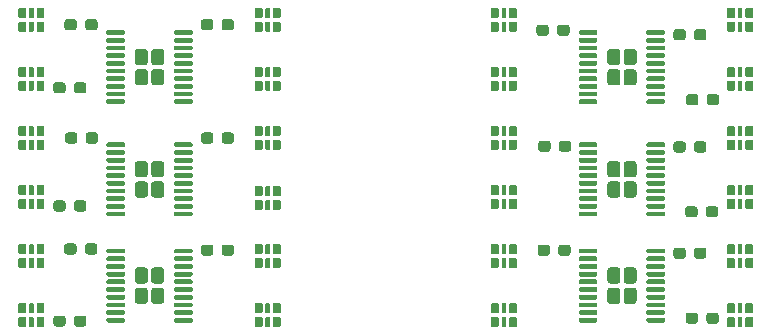
<source format=gbr>
G04 #@! TF.GenerationSoftware,KiCad,Pcbnew,5.99.0-unknown-103b0c1~100~ubuntu19.10.1*
G04 #@! TF.CreationDate,2020-03-22T12:14:24+01:00*
G04 #@! TF.ProjectId,LEDBoard_4x6_p20x5,4c454442-6f61-4726-945f-3478365f7032,v1.0.0*
G04 #@! TF.SameCoordinates,Original*
G04 #@! TF.FileFunction,Paste,Top*
G04 #@! TF.FilePolarity,Positive*
%FSLAX46Y46*%
G04 Gerber Fmt 4.6, Leading zero omitted, Abs format (unit mm)*
G04 Created by KiCad (PCBNEW 5.99.0-unknown-103b0c1~100~ubuntu19.10.1) date 2020-03-22 12:14:24*
%MOMM*%
%LPD*%
G01*
G04 APERTURE LIST*
G04 APERTURE END LIST*
G36*
G01*
X90435000Y-93433000D02*
X90435000Y-92737000D01*
G75*
G02*
X90502000Y-92670000I67000J0D01*
G01*
X91038000Y-92670000D01*
G75*
G02*
X91105000Y-92737000I0J-67000D01*
G01*
X91105000Y-93433000D01*
G75*
G02*
X91038000Y-93500000I-67000J0D01*
G01*
X90502000Y-93500000D01*
G75*
G02*
X90435000Y-93433000I0J67000D01*
G01*
G37*
G36*
G01*
X89815000Y-93463000D02*
X89815000Y-92707000D01*
G75*
G02*
X89852000Y-92670000I37000J0D01*
G01*
X90148000Y-92670000D01*
G75*
G02*
X90185000Y-92707000I0J-37000D01*
G01*
X90185000Y-93463000D01*
G75*
G02*
X90148000Y-93500000I-37000J0D01*
G01*
X89852000Y-93500000D01*
G75*
G02*
X89815000Y-93463000I0J37000D01*
G01*
G37*
G36*
G01*
X88895000Y-93433000D02*
X88895000Y-92737000D01*
G75*
G02*
X88962000Y-92670000I67000J0D01*
G01*
X89498000Y-92670000D01*
G75*
G02*
X89565000Y-92737000I0J-67000D01*
G01*
X89565000Y-93433000D01*
G75*
G02*
X89498000Y-93500000I-67000J0D01*
G01*
X88962000Y-93500000D01*
G75*
G02*
X88895000Y-93433000I0J67000D01*
G01*
G37*
G36*
G01*
X90435000Y-92263000D02*
X90435000Y-91567000D01*
G75*
G02*
X90502000Y-91500000I67000J0D01*
G01*
X91038000Y-91500000D01*
G75*
G02*
X91105000Y-91567000I0J-67000D01*
G01*
X91105000Y-92263000D01*
G75*
G02*
X91038000Y-92330000I-67000J0D01*
G01*
X90502000Y-92330000D01*
G75*
G02*
X90435000Y-92263000I0J67000D01*
G01*
G37*
G36*
G01*
X89815000Y-92293000D02*
X89815000Y-91537000D01*
G75*
G02*
X89852000Y-91500000I37000J0D01*
G01*
X90148000Y-91500000D01*
G75*
G02*
X90185000Y-91537000I0J-37000D01*
G01*
X90185000Y-92293000D01*
G75*
G02*
X90148000Y-92330000I-37000J0D01*
G01*
X89852000Y-92330000D01*
G75*
G02*
X89815000Y-92293000I0J37000D01*
G01*
G37*
G36*
G01*
X88895000Y-92263000D02*
X88895000Y-91567000D01*
G75*
G02*
X88962000Y-91500000I67000J0D01*
G01*
X89498000Y-91500000D01*
G75*
G02*
X89565000Y-91567000I0J-67000D01*
G01*
X89565000Y-92263000D01*
G75*
G02*
X89498000Y-92330000I-67000J0D01*
G01*
X88962000Y-92330000D01*
G75*
G02*
X88895000Y-92263000I0J67000D01*
G01*
G37*
G36*
G01*
X130435000Y-113433000D02*
X130435000Y-112737000D01*
G75*
G02*
X130502000Y-112670000I67000J0D01*
G01*
X131038000Y-112670000D01*
G75*
G02*
X131105000Y-112737000I0J-67000D01*
G01*
X131105000Y-113433000D01*
G75*
G02*
X131038000Y-113500000I-67000J0D01*
G01*
X130502000Y-113500000D01*
G75*
G02*
X130435000Y-113433000I0J67000D01*
G01*
G37*
G36*
G01*
X129815000Y-113463000D02*
X129815000Y-112707000D01*
G75*
G02*
X129852000Y-112670000I37000J0D01*
G01*
X130148000Y-112670000D01*
G75*
G02*
X130185000Y-112707000I0J-37000D01*
G01*
X130185000Y-113463000D01*
G75*
G02*
X130148000Y-113500000I-37000J0D01*
G01*
X129852000Y-113500000D01*
G75*
G02*
X129815000Y-113463000I0J37000D01*
G01*
G37*
G36*
G01*
X128895000Y-113433000D02*
X128895000Y-112737000D01*
G75*
G02*
X128962000Y-112670000I67000J0D01*
G01*
X129498000Y-112670000D01*
G75*
G02*
X129565000Y-112737000I0J-67000D01*
G01*
X129565000Y-113433000D01*
G75*
G02*
X129498000Y-113500000I-67000J0D01*
G01*
X128962000Y-113500000D01*
G75*
G02*
X128895000Y-113433000I0J67000D01*
G01*
G37*
G36*
G01*
X130435000Y-112263000D02*
X130435000Y-111567000D01*
G75*
G02*
X130502000Y-111500000I67000J0D01*
G01*
X131038000Y-111500000D01*
G75*
G02*
X131105000Y-111567000I0J-67000D01*
G01*
X131105000Y-112263000D01*
G75*
G02*
X131038000Y-112330000I-67000J0D01*
G01*
X130502000Y-112330000D01*
G75*
G02*
X130435000Y-112263000I0J67000D01*
G01*
G37*
G36*
G01*
X129815000Y-112293000D02*
X129815000Y-111537000D01*
G75*
G02*
X129852000Y-111500000I37000J0D01*
G01*
X130148000Y-111500000D01*
G75*
G02*
X130185000Y-111537000I0J-37000D01*
G01*
X130185000Y-112293000D01*
G75*
G02*
X130148000Y-112330000I-37000J0D01*
G01*
X129852000Y-112330000D01*
G75*
G02*
X129815000Y-112293000I0J37000D01*
G01*
G37*
G36*
G01*
X128895000Y-112263000D02*
X128895000Y-111567000D01*
G75*
G02*
X128962000Y-111500000I67000J0D01*
G01*
X129498000Y-111500000D01*
G75*
G02*
X129565000Y-111567000I0J-67000D01*
G01*
X129565000Y-112263000D01*
G75*
G02*
X129498000Y-112330000I-67000J0D01*
G01*
X128962000Y-112330000D01*
G75*
G02*
X128895000Y-112263000I0J67000D01*
G01*
G37*
G36*
G01*
X130435000Y-108433000D02*
X130435000Y-107737000D01*
G75*
G02*
X130502000Y-107670000I67000J0D01*
G01*
X131038000Y-107670000D01*
G75*
G02*
X131105000Y-107737000I0J-67000D01*
G01*
X131105000Y-108433000D01*
G75*
G02*
X131038000Y-108500000I-67000J0D01*
G01*
X130502000Y-108500000D01*
G75*
G02*
X130435000Y-108433000I0J67000D01*
G01*
G37*
G36*
G01*
X129815000Y-108463000D02*
X129815000Y-107707000D01*
G75*
G02*
X129852000Y-107670000I37000J0D01*
G01*
X130148000Y-107670000D01*
G75*
G02*
X130185000Y-107707000I0J-37000D01*
G01*
X130185000Y-108463000D01*
G75*
G02*
X130148000Y-108500000I-37000J0D01*
G01*
X129852000Y-108500000D01*
G75*
G02*
X129815000Y-108463000I0J37000D01*
G01*
G37*
G36*
G01*
X128895000Y-108433000D02*
X128895000Y-107737000D01*
G75*
G02*
X128962000Y-107670000I67000J0D01*
G01*
X129498000Y-107670000D01*
G75*
G02*
X129565000Y-107737000I0J-67000D01*
G01*
X129565000Y-108433000D01*
G75*
G02*
X129498000Y-108500000I-67000J0D01*
G01*
X128962000Y-108500000D01*
G75*
G02*
X128895000Y-108433000I0J67000D01*
G01*
G37*
G36*
G01*
X130435000Y-107263000D02*
X130435000Y-106567000D01*
G75*
G02*
X130502000Y-106500000I67000J0D01*
G01*
X131038000Y-106500000D01*
G75*
G02*
X131105000Y-106567000I0J-67000D01*
G01*
X131105000Y-107263000D01*
G75*
G02*
X131038000Y-107330000I-67000J0D01*
G01*
X130502000Y-107330000D01*
G75*
G02*
X130435000Y-107263000I0J67000D01*
G01*
G37*
G36*
G01*
X129815000Y-107293000D02*
X129815000Y-106537000D01*
G75*
G02*
X129852000Y-106500000I37000J0D01*
G01*
X130148000Y-106500000D01*
G75*
G02*
X130185000Y-106537000I0J-37000D01*
G01*
X130185000Y-107293000D01*
G75*
G02*
X130148000Y-107330000I-37000J0D01*
G01*
X129852000Y-107330000D01*
G75*
G02*
X129815000Y-107293000I0J37000D01*
G01*
G37*
G36*
G01*
X128895000Y-107263000D02*
X128895000Y-106567000D01*
G75*
G02*
X128962000Y-106500000I67000J0D01*
G01*
X129498000Y-106500000D01*
G75*
G02*
X129565000Y-106567000I0J-67000D01*
G01*
X129565000Y-107263000D01*
G75*
G02*
X129498000Y-107330000I-67000J0D01*
G01*
X128962000Y-107330000D01*
G75*
G02*
X128895000Y-107263000I0J67000D01*
G01*
G37*
G36*
G01*
X130435000Y-103433000D02*
X130435000Y-102737000D01*
G75*
G02*
X130502000Y-102670000I67000J0D01*
G01*
X131038000Y-102670000D01*
G75*
G02*
X131105000Y-102737000I0J-67000D01*
G01*
X131105000Y-103433000D01*
G75*
G02*
X131038000Y-103500000I-67000J0D01*
G01*
X130502000Y-103500000D01*
G75*
G02*
X130435000Y-103433000I0J67000D01*
G01*
G37*
G36*
G01*
X129815000Y-103463000D02*
X129815000Y-102707000D01*
G75*
G02*
X129852000Y-102670000I37000J0D01*
G01*
X130148000Y-102670000D01*
G75*
G02*
X130185000Y-102707000I0J-37000D01*
G01*
X130185000Y-103463000D01*
G75*
G02*
X130148000Y-103500000I-37000J0D01*
G01*
X129852000Y-103500000D01*
G75*
G02*
X129815000Y-103463000I0J37000D01*
G01*
G37*
G36*
G01*
X128895000Y-103433000D02*
X128895000Y-102737000D01*
G75*
G02*
X128962000Y-102670000I67000J0D01*
G01*
X129498000Y-102670000D01*
G75*
G02*
X129565000Y-102737000I0J-67000D01*
G01*
X129565000Y-103433000D01*
G75*
G02*
X129498000Y-103500000I-67000J0D01*
G01*
X128962000Y-103500000D01*
G75*
G02*
X128895000Y-103433000I0J67000D01*
G01*
G37*
G36*
G01*
X130435000Y-102263000D02*
X130435000Y-101567000D01*
G75*
G02*
X130502000Y-101500000I67000J0D01*
G01*
X131038000Y-101500000D01*
G75*
G02*
X131105000Y-101567000I0J-67000D01*
G01*
X131105000Y-102263000D01*
G75*
G02*
X131038000Y-102330000I-67000J0D01*
G01*
X130502000Y-102330000D01*
G75*
G02*
X130435000Y-102263000I0J67000D01*
G01*
G37*
G36*
G01*
X129815000Y-102293000D02*
X129815000Y-101537000D01*
G75*
G02*
X129852000Y-101500000I37000J0D01*
G01*
X130148000Y-101500000D01*
G75*
G02*
X130185000Y-101537000I0J-37000D01*
G01*
X130185000Y-102293000D01*
G75*
G02*
X130148000Y-102330000I-37000J0D01*
G01*
X129852000Y-102330000D01*
G75*
G02*
X129815000Y-102293000I0J37000D01*
G01*
G37*
G36*
G01*
X128895000Y-102263000D02*
X128895000Y-101567000D01*
G75*
G02*
X128962000Y-101500000I67000J0D01*
G01*
X129498000Y-101500000D01*
G75*
G02*
X129565000Y-101567000I0J-67000D01*
G01*
X129565000Y-102263000D01*
G75*
G02*
X129498000Y-102330000I-67000J0D01*
G01*
X128962000Y-102330000D01*
G75*
G02*
X128895000Y-102263000I0J67000D01*
G01*
G37*
G36*
G01*
X130435000Y-98433000D02*
X130435000Y-97737000D01*
G75*
G02*
X130502000Y-97670000I67000J0D01*
G01*
X131038000Y-97670000D01*
G75*
G02*
X131105000Y-97737000I0J-67000D01*
G01*
X131105000Y-98433000D01*
G75*
G02*
X131038000Y-98500000I-67000J0D01*
G01*
X130502000Y-98500000D01*
G75*
G02*
X130435000Y-98433000I0J67000D01*
G01*
G37*
G36*
G01*
X129815000Y-98463000D02*
X129815000Y-97707000D01*
G75*
G02*
X129852000Y-97670000I37000J0D01*
G01*
X130148000Y-97670000D01*
G75*
G02*
X130185000Y-97707000I0J-37000D01*
G01*
X130185000Y-98463000D01*
G75*
G02*
X130148000Y-98500000I-37000J0D01*
G01*
X129852000Y-98500000D01*
G75*
G02*
X129815000Y-98463000I0J37000D01*
G01*
G37*
G36*
G01*
X128895000Y-98433000D02*
X128895000Y-97737000D01*
G75*
G02*
X128962000Y-97670000I67000J0D01*
G01*
X129498000Y-97670000D01*
G75*
G02*
X129565000Y-97737000I0J-67000D01*
G01*
X129565000Y-98433000D01*
G75*
G02*
X129498000Y-98500000I-67000J0D01*
G01*
X128962000Y-98500000D01*
G75*
G02*
X128895000Y-98433000I0J67000D01*
G01*
G37*
G36*
G01*
X130435000Y-97263000D02*
X130435000Y-96567000D01*
G75*
G02*
X130502000Y-96500000I67000J0D01*
G01*
X131038000Y-96500000D01*
G75*
G02*
X131105000Y-96567000I0J-67000D01*
G01*
X131105000Y-97263000D01*
G75*
G02*
X131038000Y-97330000I-67000J0D01*
G01*
X130502000Y-97330000D01*
G75*
G02*
X130435000Y-97263000I0J67000D01*
G01*
G37*
G36*
G01*
X129815000Y-97293000D02*
X129815000Y-96537000D01*
G75*
G02*
X129852000Y-96500000I37000J0D01*
G01*
X130148000Y-96500000D01*
G75*
G02*
X130185000Y-96537000I0J-37000D01*
G01*
X130185000Y-97293000D01*
G75*
G02*
X130148000Y-97330000I-37000J0D01*
G01*
X129852000Y-97330000D01*
G75*
G02*
X129815000Y-97293000I0J37000D01*
G01*
G37*
G36*
G01*
X128895000Y-97263000D02*
X128895000Y-96567000D01*
G75*
G02*
X128962000Y-96500000I67000J0D01*
G01*
X129498000Y-96500000D01*
G75*
G02*
X129565000Y-96567000I0J-67000D01*
G01*
X129565000Y-97263000D01*
G75*
G02*
X129498000Y-97330000I-67000J0D01*
G01*
X128962000Y-97330000D01*
G75*
G02*
X128895000Y-97263000I0J67000D01*
G01*
G37*
G36*
G01*
X130435000Y-93433000D02*
X130435000Y-92737000D01*
G75*
G02*
X130502000Y-92670000I67000J0D01*
G01*
X131038000Y-92670000D01*
G75*
G02*
X131105000Y-92737000I0J-67000D01*
G01*
X131105000Y-93433000D01*
G75*
G02*
X131038000Y-93500000I-67000J0D01*
G01*
X130502000Y-93500000D01*
G75*
G02*
X130435000Y-93433000I0J67000D01*
G01*
G37*
G36*
G01*
X129815000Y-93463000D02*
X129815000Y-92707000D01*
G75*
G02*
X129852000Y-92670000I37000J0D01*
G01*
X130148000Y-92670000D01*
G75*
G02*
X130185000Y-92707000I0J-37000D01*
G01*
X130185000Y-93463000D01*
G75*
G02*
X130148000Y-93500000I-37000J0D01*
G01*
X129852000Y-93500000D01*
G75*
G02*
X129815000Y-93463000I0J37000D01*
G01*
G37*
G36*
G01*
X128895000Y-93433000D02*
X128895000Y-92737000D01*
G75*
G02*
X128962000Y-92670000I67000J0D01*
G01*
X129498000Y-92670000D01*
G75*
G02*
X129565000Y-92737000I0J-67000D01*
G01*
X129565000Y-93433000D01*
G75*
G02*
X129498000Y-93500000I-67000J0D01*
G01*
X128962000Y-93500000D01*
G75*
G02*
X128895000Y-93433000I0J67000D01*
G01*
G37*
G36*
G01*
X130435000Y-92263000D02*
X130435000Y-91567000D01*
G75*
G02*
X130502000Y-91500000I67000J0D01*
G01*
X131038000Y-91500000D01*
G75*
G02*
X131105000Y-91567000I0J-67000D01*
G01*
X131105000Y-92263000D01*
G75*
G02*
X131038000Y-92330000I-67000J0D01*
G01*
X130502000Y-92330000D01*
G75*
G02*
X130435000Y-92263000I0J67000D01*
G01*
G37*
G36*
G01*
X129815000Y-92293000D02*
X129815000Y-91537000D01*
G75*
G02*
X129852000Y-91500000I37000J0D01*
G01*
X130148000Y-91500000D01*
G75*
G02*
X130185000Y-91537000I0J-37000D01*
G01*
X130185000Y-92293000D01*
G75*
G02*
X130148000Y-92330000I-37000J0D01*
G01*
X129852000Y-92330000D01*
G75*
G02*
X129815000Y-92293000I0J37000D01*
G01*
G37*
G36*
G01*
X128895000Y-92263000D02*
X128895000Y-91567000D01*
G75*
G02*
X128962000Y-91500000I67000J0D01*
G01*
X129498000Y-91500000D01*
G75*
G02*
X129565000Y-91567000I0J-67000D01*
G01*
X129565000Y-92263000D01*
G75*
G02*
X129498000Y-92330000I-67000J0D01*
G01*
X128962000Y-92330000D01*
G75*
G02*
X128895000Y-92263000I0J67000D01*
G01*
G37*
G36*
G01*
X130435000Y-88433000D02*
X130435000Y-87737000D01*
G75*
G02*
X130502000Y-87670000I67000J0D01*
G01*
X131038000Y-87670000D01*
G75*
G02*
X131105000Y-87737000I0J-67000D01*
G01*
X131105000Y-88433000D01*
G75*
G02*
X131038000Y-88500000I-67000J0D01*
G01*
X130502000Y-88500000D01*
G75*
G02*
X130435000Y-88433000I0J67000D01*
G01*
G37*
G36*
G01*
X129815000Y-88463000D02*
X129815000Y-87707000D01*
G75*
G02*
X129852000Y-87670000I37000J0D01*
G01*
X130148000Y-87670000D01*
G75*
G02*
X130185000Y-87707000I0J-37000D01*
G01*
X130185000Y-88463000D01*
G75*
G02*
X130148000Y-88500000I-37000J0D01*
G01*
X129852000Y-88500000D01*
G75*
G02*
X129815000Y-88463000I0J37000D01*
G01*
G37*
G36*
G01*
X128895000Y-88433000D02*
X128895000Y-87737000D01*
G75*
G02*
X128962000Y-87670000I67000J0D01*
G01*
X129498000Y-87670000D01*
G75*
G02*
X129565000Y-87737000I0J-67000D01*
G01*
X129565000Y-88433000D01*
G75*
G02*
X129498000Y-88500000I-67000J0D01*
G01*
X128962000Y-88500000D01*
G75*
G02*
X128895000Y-88433000I0J67000D01*
G01*
G37*
G36*
G01*
X130435000Y-87263000D02*
X130435000Y-86567000D01*
G75*
G02*
X130502000Y-86500000I67000J0D01*
G01*
X131038000Y-86500000D01*
G75*
G02*
X131105000Y-86567000I0J-67000D01*
G01*
X131105000Y-87263000D01*
G75*
G02*
X131038000Y-87330000I-67000J0D01*
G01*
X130502000Y-87330000D01*
G75*
G02*
X130435000Y-87263000I0J67000D01*
G01*
G37*
G36*
G01*
X129815000Y-87293000D02*
X129815000Y-86537000D01*
G75*
G02*
X129852000Y-86500000I37000J0D01*
G01*
X130148000Y-86500000D01*
G75*
G02*
X130185000Y-86537000I0J-37000D01*
G01*
X130185000Y-87293000D01*
G75*
G02*
X130148000Y-87330000I-37000J0D01*
G01*
X129852000Y-87330000D01*
G75*
G02*
X129815000Y-87293000I0J37000D01*
G01*
G37*
G36*
G01*
X128895000Y-87263000D02*
X128895000Y-86567000D01*
G75*
G02*
X128962000Y-86500000I67000J0D01*
G01*
X129498000Y-86500000D01*
G75*
G02*
X129565000Y-86567000I0J-67000D01*
G01*
X129565000Y-87263000D01*
G75*
G02*
X129498000Y-87330000I-67000J0D01*
G01*
X128962000Y-87330000D01*
G75*
G02*
X128895000Y-87263000I0J67000D01*
G01*
G37*
G36*
G01*
X110435000Y-113433000D02*
X110435000Y-112737000D01*
G75*
G02*
X110502000Y-112670000I67000J0D01*
G01*
X111038000Y-112670000D01*
G75*
G02*
X111105000Y-112737000I0J-67000D01*
G01*
X111105000Y-113433000D01*
G75*
G02*
X111038000Y-113500000I-67000J0D01*
G01*
X110502000Y-113500000D01*
G75*
G02*
X110435000Y-113433000I0J67000D01*
G01*
G37*
G36*
G01*
X109815000Y-113463000D02*
X109815000Y-112707000D01*
G75*
G02*
X109852000Y-112670000I37000J0D01*
G01*
X110148000Y-112670000D01*
G75*
G02*
X110185000Y-112707000I0J-37000D01*
G01*
X110185000Y-113463000D01*
G75*
G02*
X110148000Y-113500000I-37000J0D01*
G01*
X109852000Y-113500000D01*
G75*
G02*
X109815000Y-113463000I0J37000D01*
G01*
G37*
G36*
G01*
X108895000Y-113433000D02*
X108895000Y-112737000D01*
G75*
G02*
X108962000Y-112670000I67000J0D01*
G01*
X109498000Y-112670000D01*
G75*
G02*
X109565000Y-112737000I0J-67000D01*
G01*
X109565000Y-113433000D01*
G75*
G02*
X109498000Y-113500000I-67000J0D01*
G01*
X108962000Y-113500000D01*
G75*
G02*
X108895000Y-113433000I0J67000D01*
G01*
G37*
G36*
G01*
X110435000Y-112263000D02*
X110435000Y-111567000D01*
G75*
G02*
X110502000Y-111500000I67000J0D01*
G01*
X111038000Y-111500000D01*
G75*
G02*
X111105000Y-111567000I0J-67000D01*
G01*
X111105000Y-112263000D01*
G75*
G02*
X111038000Y-112330000I-67000J0D01*
G01*
X110502000Y-112330000D01*
G75*
G02*
X110435000Y-112263000I0J67000D01*
G01*
G37*
G36*
G01*
X109815000Y-112293000D02*
X109815000Y-111537000D01*
G75*
G02*
X109852000Y-111500000I37000J0D01*
G01*
X110148000Y-111500000D01*
G75*
G02*
X110185000Y-111537000I0J-37000D01*
G01*
X110185000Y-112293000D01*
G75*
G02*
X110148000Y-112330000I-37000J0D01*
G01*
X109852000Y-112330000D01*
G75*
G02*
X109815000Y-112293000I0J37000D01*
G01*
G37*
G36*
G01*
X108895000Y-112263000D02*
X108895000Y-111567000D01*
G75*
G02*
X108962000Y-111500000I67000J0D01*
G01*
X109498000Y-111500000D01*
G75*
G02*
X109565000Y-111567000I0J-67000D01*
G01*
X109565000Y-112263000D01*
G75*
G02*
X109498000Y-112330000I-67000J0D01*
G01*
X108962000Y-112330000D01*
G75*
G02*
X108895000Y-112263000I0J67000D01*
G01*
G37*
G36*
G01*
X110435000Y-108433000D02*
X110435000Y-107737000D01*
G75*
G02*
X110502000Y-107670000I67000J0D01*
G01*
X111038000Y-107670000D01*
G75*
G02*
X111105000Y-107737000I0J-67000D01*
G01*
X111105000Y-108433000D01*
G75*
G02*
X111038000Y-108500000I-67000J0D01*
G01*
X110502000Y-108500000D01*
G75*
G02*
X110435000Y-108433000I0J67000D01*
G01*
G37*
G36*
G01*
X109815000Y-108463000D02*
X109815000Y-107707000D01*
G75*
G02*
X109852000Y-107670000I37000J0D01*
G01*
X110148000Y-107670000D01*
G75*
G02*
X110185000Y-107707000I0J-37000D01*
G01*
X110185000Y-108463000D01*
G75*
G02*
X110148000Y-108500000I-37000J0D01*
G01*
X109852000Y-108500000D01*
G75*
G02*
X109815000Y-108463000I0J37000D01*
G01*
G37*
G36*
G01*
X108895000Y-108433000D02*
X108895000Y-107737000D01*
G75*
G02*
X108962000Y-107670000I67000J0D01*
G01*
X109498000Y-107670000D01*
G75*
G02*
X109565000Y-107737000I0J-67000D01*
G01*
X109565000Y-108433000D01*
G75*
G02*
X109498000Y-108500000I-67000J0D01*
G01*
X108962000Y-108500000D01*
G75*
G02*
X108895000Y-108433000I0J67000D01*
G01*
G37*
G36*
G01*
X110435000Y-107263000D02*
X110435000Y-106567000D01*
G75*
G02*
X110502000Y-106500000I67000J0D01*
G01*
X111038000Y-106500000D01*
G75*
G02*
X111105000Y-106567000I0J-67000D01*
G01*
X111105000Y-107263000D01*
G75*
G02*
X111038000Y-107330000I-67000J0D01*
G01*
X110502000Y-107330000D01*
G75*
G02*
X110435000Y-107263000I0J67000D01*
G01*
G37*
G36*
G01*
X109815000Y-107293000D02*
X109815000Y-106537000D01*
G75*
G02*
X109852000Y-106500000I37000J0D01*
G01*
X110148000Y-106500000D01*
G75*
G02*
X110185000Y-106537000I0J-37000D01*
G01*
X110185000Y-107293000D01*
G75*
G02*
X110148000Y-107330000I-37000J0D01*
G01*
X109852000Y-107330000D01*
G75*
G02*
X109815000Y-107293000I0J37000D01*
G01*
G37*
G36*
G01*
X108895000Y-107263000D02*
X108895000Y-106567000D01*
G75*
G02*
X108962000Y-106500000I67000J0D01*
G01*
X109498000Y-106500000D01*
G75*
G02*
X109565000Y-106567000I0J-67000D01*
G01*
X109565000Y-107263000D01*
G75*
G02*
X109498000Y-107330000I-67000J0D01*
G01*
X108962000Y-107330000D01*
G75*
G02*
X108895000Y-107263000I0J67000D01*
G01*
G37*
G36*
G01*
X110435000Y-103433000D02*
X110435000Y-102737000D01*
G75*
G02*
X110502000Y-102670000I67000J0D01*
G01*
X111038000Y-102670000D01*
G75*
G02*
X111105000Y-102737000I0J-67000D01*
G01*
X111105000Y-103433000D01*
G75*
G02*
X111038000Y-103500000I-67000J0D01*
G01*
X110502000Y-103500000D01*
G75*
G02*
X110435000Y-103433000I0J67000D01*
G01*
G37*
G36*
G01*
X109815000Y-103463000D02*
X109815000Y-102707000D01*
G75*
G02*
X109852000Y-102670000I37000J0D01*
G01*
X110148000Y-102670000D01*
G75*
G02*
X110185000Y-102707000I0J-37000D01*
G01*
X110185000Y-103463000D01*
G75*
G02*
X110148000Y-103500000I-37000J0D01*
G01*
X109852000Y-103500000D01*
G75*
G02*
X109815000Y-103463000I0J37000D01*
G01*
G37*
G36*
G01*
X108895000Y-103433000D02*
X108895000Y-102737000D01*
G75*
G02*
X108962000Y-102670000I67000J0D01*
G01*
X109498000Y-102670000D01*
G75*
G02*
X109565000Y-102737000I0J-67000D01*
G01*
X109565000Y-103433000D01*
G75*
G02*
X109498000Y-103500000I-67000J0D01*
G01*
X108962000Y-103500000D01*
G75*
G02*
X108895000Y-103433000I0J67000D01*
G01*
G37*
G36*
G01*
X110435000Y-102263000D02*
X110435000Y-101567000D01*
G75*
G02*
X110502000Y-101500000I67000J0D01*
G01*
X111038000Y-101500000D01*
G75*
G02*
X111105000Y-101567000I0J-67000D01*
G01*
X111105000Y-102263000D01*
G75*
G02*
X111038000Y-102330000I-67000J0D01*
G01*
X110502000Y-102330000D01*
G75*
G02*
X110435000Y-102263000I0J67000D01*
G01*
G37*
G36*
G01*
X109815000Y-102293000D02*
X109815000Y-101537000D01*
G75*
G02*
X109852000Y-101500000I37000J0D01*
G01*
X110148000Y-101500000D01*
G75*
G02*
X110185000Y-101537000I0J-37000D01*
G01*
X110185000Y-102293000D01*
G75*
G02*
X110148000Y-102330000I-37000J0D01*
G01*
X109852000Y-102330000D01*
G75*
G02*
X109815000Y-102293000I0J37000D01*
G01*
G37*
G36*
G01*
X108895000Y-102263000D02*
X108895000Y-101567000D01*
G75*
G02*
X108962000Y-101500000I67000J0D01*
G01*
X109498000Y-101500000D01*
G75*
G02*
X109565000Y-101567000I0J-67000D01*
G01*
X109565000Y-102263000D01*
G75*
G02*
X109498000Y-102330000I-67000J0D01*
G01*
X108962000Y-102330000D01*
G75*
G02*
X108895000Y-102263000I0J67000D01*
G01*
G37*
G36*
G01*
X110435000Y-98433000D02*
X110435000Y-97737000D01*
G75*
G02*
X110502000Y-97670000I67000J0D01*
G01*
X111038000Y-97670000D01*
G75*
G02*
X111105000Y-97737000I0J-67000D01*
G01*
X111105000Y-98433000D01*
G75*
G02*
X111038000Y-98500000I-67000J0D01*
G01*
X110502000Y-98500000D01*
G75*
G02*
X110435000Y-98433000I0J67000D01*
G01*
G37*
G36*
G01*
X109815000Y-98463000D02*
X109815000Y-97707000D01*
G75*
G02*
X109852000Y-97670000I37000J0D01*
G01*
X110148000Y-97670000D01*
G75*
G02*
X110185000Y-97707000I0J-37000D01*
G01*
X110185000Y-98463000D01*
G75*
G02*
X110148000Y-98500000I-37000J0D01*
G01*
X109852000Y-98500000D01*
G75*
G02*
X109815000Y-98463000I0J37000D01*
G01*
G37*
G36*
G01*
X108895000Y-98433000D02*
X108895000Y-97737000D01*
G75*
G02*
X108962000Y-97670000I67000J0D01*
G01*
X109498000Y-97670000D01*
G75*
G02*
X109565000Y-97737000I0J-67000D01*
G01*
X109565000Y-98433000D01*
G75*
G02*
X109498000Y-98500000I-67000J0D01*
G01*
X108962000Y-98500000D01*
G75*
G02*
X108895000Y-98433000I0J67000D01*
G01*
G37*
G36*
G01*
X110435000Y-97263000D02*
X110435000Y-96567000D01*
G75*
G02*
X110502000Y-96500000I67000J0D01*
G01*
X111038000Y-96500000D01*
G75*
G02*
X111105000Y-96567000I0J-67000D01*
G01*
X111105000Y-97263000D01*
G75*
G02*
X111038000Y-97330000I-67000J0D01*
G01*
X110502000Y-97330000D01*
G75*
G02*
X110435000Y-97263000I0J67000D01*
G01*
G37*
G36*
G01*
X109815000Y-97293000D02*
X109815000Y-96537000D01*
G75*
G02*
X109852000Y-96500000I37000J0D01*
G01*
X110148000Y-96500000D01*
G75*
G02*
X110185000Y-96537000I0J-37000D01*
G01*
X110185000Y-97293000D01*
G75*
G02*
X110148000Y-97330000I-37000J0D01*
G01*
X109852000Y-97330000D01*
G75*
G02*
X109815000Y-97293000I0J37000D01*
G01*
G37*
G36*
G01*
X108895000Y-97263000D02*
X108895000Y-96567000D01*
G75*
G02*
X108962000Y-96500000I67000J0D01*
G01*
X109498000Y-96500000D01*
G75*
G02*
X109565000Y-96567000I0J-67000D01*
G01*
X109565000Y-97263000D01*
G75*
G02*
X109498000Y-97330000I-67000J0D01*
G01*
X108962000Y-97330000D01*
G75*
G02*
X108895000Y-97263000I0J67000D01*
G01*
G37*
G36*
G01*
X110435000Y-93433000D02*
X110435000Y-92737000D01*
G75*
G02*
X110502000Y-92670000I67000J0D01*
G01*
X111038000Y-92670000D01*
G75*
G02*
X111105000Y-92737000I0J-67000D01*
G01*
X111105000Y-93433000D01*
G75*
G02*
X111038000Y-93500000I-67000J0D01*
G01*
X110502000Y-93500000D01*
G75*
G02*
X110435000Y-93433000I0J67000D01*
G01*
G37*
G36*
G01*
X109815000Y-93463000D02*
X109815000Y-92707000D01*
G75*
G02*
X109852000Y-92670000I37000J0D01*
G01*
X110148000Y-92670000D01*
G75*
G02*
X110185000Y-92707000I0J-37000D01*
G01*
X110185000Y-93463000D01*
G75*
G02*
X110148000Y-93500000I-37000J0D01*
G01*
X109852000Y-93500000D01*
G75*
G02*
X109815000Y-93463000I0J37000D01*
G01*
G37*
G36*
G01*
X108895000Y-93433000D02*
X108895000Y-92737000D01*
G75*
G02*
X108962000Y-92670000I67000J0D01*
G01*
X109498000Y-92670000D01*
G75*
G02*
X109565000Y-92737000I0J-67000D01*
G01*
X109565000Y-93433000D01*
G75*
G02*
X109498000Y-93500000I-67000J0D01*
G01*
X108962000Y-93500000D01*
G75*
G02*
X108895000Y-93433000I0J67000D01*
G01*
G37*
G36*
G01*
X110435000Y-92263000D02*
X110435000Y-91567000D01*
G75*
G02*
X110502000Y-91500000I67000J0D01*
G01*
X111038000Y-91500000D01*
G75*
G02*
X111105000Y-91567000I0J-67000D01*
G01*
X111105000Y-92263000D01*
G75*
G02*
X111038000Y-92330000I-67000J0D01*
G01*
X110502000Y-92330000D01*
G75*
G02*
X110435000Y-92263000I0J67000D01*
G01*
G37*
G36*
G01*
X109815000Y-92293000D02*
X109815000Y-91537000D01*
G75*
G02*
X109852000Y-91500000I37000J0D01*
G01*
X110148000Y-91500000D01*
G75*
G02*
X110185000Y-91537000I0J-37000D01*
G01*
X110185000Y-92293000D01*
G75*
G02*
X110148000Y-92330000I-37000J0D01*
G01*
X109852000Y-92330000D01*
G75*
G02*
X109815000Y-92293000I0J37000D01*
G01*
G37*
G36*
G01*
X108895000Y-92263000D02*
X108895000Y-91567000D01*
G75*
G02*
X108962000Y-91500000I67000J0D01*
G01*
X109498000Y-91500000D01*
G75*
G02*
X109565000Y-91567000I0J-67000D01*
G01*
X109565000Y-92263000D01*
G75*
G02*
X109498000Y-92330000I-67000J0D01*
G01*
X108962000Y-92330000D01*
G75*
G02*
X108895000Y-92263000I0J67000D01*
G01*
G37*
G36*
G01*
X110435000Y-88433000D02*
X110435000Y-87737000D01*
G75*
G02*
X110502000Y-87670000I67000J0D01*
G01*
X111038000Y-87670000D01*
G75*
G02*
X111105000Y-87737000I0J-67000D01*
G01*
X111105000Y-88433000D01*
G75*
G02*
X111038000Y-88500000I-67000J0D01*
G01*
X110502000Y-88500000D01*
G75*
G02*
X110435000Y-88433000I0J67000D01*
G01*
G37*
G36*
G01*
X109815000Y-88463000D02*
X109815000Y-87707000D01*
G75*
G02*
X109852000Y-87670000I37000J0D01*
G01*
X110148000Y-87670000D01*
G75*
G02*
X110185000Y-87707000I0J-37000D01*
G01*
X110185000Y-88463000D01*
G75*
G02*
X110148000Y-88500000I-37000J0D01*
G01*
X109852000Y-88500000D01*
G75*
G02*
X109815000Y-88463000I0J37000D01*
G01*
G37*
G36*
G01*
X108895000Y-88433000D02*
X108895000Y-87737000D01*
G75*
G02*
X108962000Y-87670000I67000J0D01*
G01*
X109498000Y-87670000D01*
G75*
G02*
X109565000Y-87737000I0J-67000D01*
G01*
X109565000Y-88433000D01*
G75*
G02*
X109498000Y-88500000I-67000J0D01*
G01*
X108962000Y-88500000D01*
G75*
G02*
X108895000Y-88433000I0J67000D01*
G01*
G37*
G36*
G01*
X110435000Y-87263000D02*
X110435000Y-86567000D01*
G75*
G02*
X110502000Y-86500000I67000J0D01*
G01*
X111038000Y-86500000D01*
G75*
G02*
X111105000Y-86567000I0J-67000D01*
G01*
X111105000Y-87263000D01*
G75*
G02*
X111038000Y-87330000I-67000J0D01*
G01*
X110502000Y-87330000D01*
G75*
G02*
X110435000Y-87263000I0J67000D01*
G01*
G37*
G36*
G01*
X109815000Y-87293000D02*
X109815000Y-86537000D01*
G75*
G02*
X109852000Y-86500000I37000J0D01*
G01*
X110148000Y-86500000D01*
G75*
G02*
X110185000Y-86537000I0J-37000D01*
G01*
X110185000Y-87293000D01*
G75*
G02*
X110148000Y-87330000I-37000J0D01*
G01*
X109852000Y-87330000D01*
G75*
G02*
X109815000Y-87293000I0J37000D01*
G01*
G37*
G36*
G01*
X108895000Y-87263000D02*
X108895000Y-86567000D01*
G75*
G02*
X108962000Y-86500000I67000J0D01*
G01*
X109498000Y-86500000D01*
G75*
G02*
X109565000Y-86567000I0J-67000D01*
G01*
X109565000Y-87263000D01*
G75*
G02*
X109498000Y-87330000I-67000J0D01*
G01*
X108962000Y-87330000D01*
G75*
G02*
X108895000Y-87263000I0J67000D01*
G01*
G37*
G36*
G01*
X90435000Y-113433000D02*
X90435000Y-112737000D01*
G75*
G02*
X90502000Y-112670000I67000J0D01*
G01*
X91038000Y-112670000D01*
G75*
G02*
X91105000Y-112737000I0J-67000D01*
G01*
X91105000Y-113433000D01*
G75*
G02*
X91038000Y-113500000I-67000J0D01*
G01*
X90502000Y-113500000D01*
G75*
G02*
X90435000Y-113433000I0J67000D01*
G01*
G37*
G36*
G01*
X89815000Y-113463000D02*
X89815000Y-112707000D01*
G75*
G02*
X89852000Y-112670000I37000J0D01*
G01*
X90148000Y-112670000D01*
G75*
G02*
X90185000Y-112707000I0J-37000D01*
G01*
X90185000Y-113463000D01*
G75*
G02*
X90148000Y-113500000I-37000J0D01*
G01*
X89852000Y-113500000D01*
G75*
G02*
X89815000Y-113463000I0J37000D01*
G01*
G37*
G36*
G01*
X88895000Y-113433000D02*
X88895000Y-112737000D01*
G75*
G02*
X88962000Y-112670000I67000J0D01*
G01*
X89498000Y-112670000D01*
G75*
G02*
X89565000Y-112737000I0J-67000D01*
G01*
X89565000Y-113433000D01*
G75*
G02*
X89498000Y-113500000I-67000J0D01*
G01*
X88962000Y-113500000D01*
G75*
G02*
X88895000Y-113433000I0J67000D01*
G01*
G37*
G36*
G01*
X90435000Y-112263000D02*
X90435000Y-111567000D01*
G75*
G02*
X90502000Y-111500000I67000J0D01*
G01*
X91038000Y-111500000D01*
G75*
G02*
X91105000Y-111567000I0J-67000D01*
G01*
X91105000Y-112263000D01*
G75*
G02*
X91038000Y-112330000I-67000J0D01*
G01*
X90502000Y-112330000D01*
G75*
G02*
X90435000Y-112263000I0J67000D01*
G01*
G37*
G36*
G01*
X89815000Y-112293000D02*
X89815000Y-111537000D01*
G75*
G02*
X89852000Y-111500000I37000J0D01*
G01*
X90148000Y-111500000D01*
G75*
G02*
X90185000Y-111537000I0J-37000D01*
G01*
X90185000Y-112293000D01*
G75*
G02*
X90148000Y-112330000I-37000J0D01*
G01*
X89852000Y-112330000D01*
G75*
G02*
X89815000Y-112293000I0J37000D01*
G01*
G37*
G36*
G01*
X88895000Y-112263000D02*
X88895000Y-111567000D01*
G75*
G02*
X88962000Y-111500000I67000J0D01*
G01*
X89498000Y-111500000D01*
G75*
G02*
X89565000Y-111567000I0J-67000D01*
G01*
X89565000Y-112263000D01*
G75*
G02*
X89498000Y-112330000I-67000J0D01*
G01*
X88962000Y-112330000D01*
G75*
G02*
X88895000Y-112263000I0J67000D01*
G01*
G37*
G36*
G01*
X90435000Y-108433000D02*
X90435000Y-107737000D01*
G75*
G02*
X90502000Y-107670000I67000J0D01*
G01*
X91038000Y-107670000D01*
G75*
G02*
X91105000Y-107737000I0J-67000D01*
G01*
X91105000Y-108433000D01*
G75*
G02*
X91038000Y-108500000I-67000J0D01*
G01*
X90502000Y-108500000D01*
G75*
G02*
X90435000Y-108433000I0J67000D01*
G01*
G37*
G36*
G01*
X89815000Y-108463000D02*
X89815000Y-107707000D01*
G75*
G02*
X89852000Y-107670000I37000J0D01*
G01*
X90148000Y-107670000D01*
G75*
G02*
X90185000Y-107707000I0J-37000D01*
G01*
X90185000Y-108463000D01*
G75*
G02*
X90148000Y-108500000I-37000J0D01*
G01*
X89852000Y-108500000D01*
G75*
G02*
X89815000Y-108463000I0J37000D01*
G01*
G37*
G36*
G01*
X88895000Y-108433000D02*
X88895000Y-107737000D01*
G75*
G02*
X88962000Y-107670000I67000J0D01*
G01*
X89498000Y-107670000D01*
G75*
G02*
X89565000Y-107737000I0J-67000D01*
G01*
X89565000Y-108433000D01*
G75*
G02*
X89498000Y-108500000I-67000J0D01*
G01*
X88962000Y-108500000D01*
G75*
G02*
X88895000Y-108433000I0J67000D01*
G01*
G37*
G36*
G01*
X90435000Y-107263000D02*
X90435000Y-106567000D01*
G75*
G02*
X90502000Y-106500000I67000J0D01*
G01*
X91038000Y-106500000D01*
G75*
G02*
X91105000Y-106567000I0J-67000D01*
G01*
X91105000Y-107263000D01*
G75*
G02*
X91038000Y-107330000I-67000J0D01*
G01*
X90502000Y-107330000D01*
G75*
G02*
X90435000Y-107263000I0J67000D01*
G01*
G37*
G36*
G01*
X89815000Y-107293000D02*
X89815000Y-106537000D01*
G75*
G02*
X89852000Y-106500000I37000J0D01*
G01*
X90148000Y-106500000D01*
G75*
G02*
X90185000Y-106537000I0J-37000D01*
G01*
X90185000Y-107293000D01*
G75*
G02*
X90148000Y-107330000I-37000J0D01*
G01*
X89852000Y-107330000D01*
G75*
G02*
X89815000Y-107293000I0J37000D01*
G01*
G37*
G36*
G01*
X88895000Y-107263000D02*
X88895000Y-106567000D01*
G75*
G02*
X88962000Y-106500000I67000J0D01*
G01*
X89498000Y-106500000D01*
G75*
G02*
X89565000Y-106567000I0J-67000D01*
G01*
X89565000Y-107263000D01*
G75*
G02*
X89498000Y-107330000I-67000J0D01*
G01*
X88962000Y-107330000D01*
G75*
G02*
X88895000Y-107263000I0J67000D01*
G01*
G37*
G36*
G01*
X90435000Y-103518000D02*
X90435000Y-102822000D01*
G75*
G02*
X90502000Y-102755000I67000J0D01*
G01*
X91038000Y-102755000D01*
G75*
G02*
X91105000Y-102822000I0J-67000D01*
G01*
X91105000Y-103518000D01*
G75*
G02*
X91038000Y-103585000I-67000J0D01*
G01*
X90502000Y-103585000D01*
G75*
G02*
X90435000Y-103518000I0J67000D01*
G01*
G37*
G36*
G01*
X89815000Y-103548000D02*
X89815000Y-102792000D01*
G75*
G02*
X89852000Y-102755000I37000J0D01*
G01*
X90148000Y-102755000D01*
G75*
G02*
X90185000Y-102792000I0J-37000D01*
G01*
X90185000Y-103548000D01*
G75*
G02*
X90148000Y-103585000I-37000J0D01*
G01*
X89852000Y-103585000D01*
G75*
G02*
X89815000Y-103548000I0J37000D01*
G01*
G37*
G36*
G01*
X88895000Y-103518000D02*
X88895000Y-102822000D01*
G75*
G02*
X88962000Y-102755000I67000J0D01*
G01*
X89498000Y-102755000D01*
G75*
G02*
X89565000Y-102822000I0J-67000D01*
G01*
X89565000Y-103518000D01*
G75*
G02*
X89498000Y-103585000I-67000J0D01*
G01*
X88962000Y-103585000D01*
G75*
G02*
X88895000Y-103518000I0J67000D01*
G01*
G37*
G36*
G01*
X90435000Y-102348000D02*
X90435000Y-101652000D01*
G75*
G02*
X90502000Y-101585000I67000J0D01*
G01*
X91038000Y-101585000D01*
G75*
G02*
X91105000Y-101652000I0J-67000D01*
G01*
X91105000Y-102348000D01*
G75*
G02*
X91038000Y-102415000I-67000J0D01*
G01*
X90502000Y-102415000D01*
G75*
G02*
X90435000Y-102348000I0J67000D01*
G01*
G37*
G36*
G01*
X89815000Y-102378000D02*
X89815000Y-101622000D01*
G75*
G02*
X89852000Y-101585000I37000J0D01*
G01*
X90148000Y-101585000D01*
G75*
G02*
X90185000Y-101622000I0J-37000D01*
G01*
X90185000Y-102378000D01*
G75*
G02*
X90148000Y-102415000I-37000J0D01*
G01*
X89852000Y-102415000D01*
G75*
G02*
X89815000Y-102378000I0J37000D01*
G01*
G37*
G36*
G01*
X88895000Y-102348000D02*
X88895000Y-101652000D01*
G75*
G02*
X88962000Y-101585000I67000J0D01*
G01*
X89498000Y-101585000D01*
G75*
G02*
X89565000Y-101652000I0J-67000D01*
G01*
X89565000Y-102348000D01*
G75*
G02*
X89498000Y-102415000I-67000J0D01*
G01*
X88962000Y-102415000D01*
G75*
G02*
X88895000Y-102348000I0J67000D01*
G01*
G37*
G36*
G01*
X90435000Y-98433000D02*
X90435000Y-97737000D01*
G75*
G02*
X90502000Y-97670000I67000J0D01*
G01*
X91038000Y-97670000D01*
G75*
G02*
X91105000Y-97737000I0J-67000D01*
G01*
X91105000Y-98433000D01*
G75*
G02*
X91038000Y-98500000I-67000J0D01*
G01*
X90502000Y-98500000D01*
G75*
G02*
X90435000Y-98433000I0J67000D01*
G01*
G37*
G36*
G01*
X89815000Y-98463000D02*
X89815000Y-97707000D01*
G75*
G02*
X89852000Y-97670000I37000J0D01*
G01*
X90148000Y-97670000D01*
G75*
G02*
X90185000Y-97707000I0J-37000D01*
G01*
X90185000Y-98463000D01*
G75*
G02*
X90148000Y-98500000I-37000J0D01*
G01*
X89852000Y-98500000D01*
G75*
G02*
X89815000Y-98463000I0J37000D01*
G01*
G37*
G36*
G01*
X88895000Y-98433000D02*
X88895000Y-97737000D01*
G75*
G02*
X88962000Y-97670000I67000J0D01*
G01*
X89498000Y-97670000D01*
G75*
G02*
X89565000Y-97737000I0J-67000D01*
G01*
X89565000Y-98433000D01*
G75*
G02*
X89498000Y-98500000I-67000J0D01*
G01*
X88962000Y-98500000D01*
G75*
G02*
X88895000Y-98433000I0J67000D01*
G01*
G37*
G36*
G01*
X90435000Y-97263000D02*
X90435000Y-96567000D01*
G75*
G02*
X90502000Y-96500000I67000J0D01*
G01*
X91038000Y-96500000D01*
G75*
G02*
X91105000Y-96567000I0J-67000D01*
G01*
X91105000Y-97263000D01*
G75*
G02*
X91038000Y-97330000I-67000J0D01*
G01*
X90502000Y-97330000D01*
G75*
G02*
X90435000Y-97263000I0J67000D01*
G01*
G37*
G36*
G01*
X89815000Y-97293000D02*
X89815000Y-96537000D01*
G75*
G02*
X89852000Y-96500000I37000J0D01*
G01*
X90148000Y-96500000D01*
G75*
G02*
X90185000Y-96537000I0J-37000D01*
G01*
X90185000Y-97293000D01*
G75*
G02*
X90148000Y-97330000I-37000J0D01*
G01*
X89852000Y-97330000D01*
G75*
G02*
X89815000Y-97293000I0J37000D01*
G01*
G37*
G36*
G01*
X88895000Y-97263000D02*
X88895000Y-96567000D01*
G75*
G02*
X88962000Y-96500000I67000J0D01*
G01*
X89498000Y-96500000D01*
G75*
G02*
X89565000Y-96567000I0J-67000D01*
G01*
X89565000Y-97263000D01*
G75*
G02*
X89498000Y-97330000I-67000J0D01*
G01*
X88962000Y-97330000D01*
G75*
G02*
X88895000Y-97263000I0J67000D01*
G01*
G37*
G36*
G01*
X90435000Y-88433000D02*
X90435000Y-87737000D01*
G75*
G02*
X90502000Y-87670000I67000J0D01*
G01*
X91038000Y-87670000D01*
G75*
G02*
X91105000Y-87737000I0J-67000D01*
G01*
X91105000Y-88433000D01*
G75*
G02*
X91038000Y-88500000I-67000J0D01*
G01*
X90502000Y-88500000D01*
G75*
G02*
X90435000Y-88433000I0J67000D01*
G01*
G37*
G36*
G01*
X89815000Y-88463000D02*
X89815000Y-87707000D01*
G75*
G02*
X89852000Y-87670000I37000J0D01*
G01*
X90148000Y-87670000D01*
G75*
G02*
X90185000Y-87707000I0J-37000D01*
G01*
X90185000Y-88463000D01*
G75*
G02*
X90148000Y-88500000I-37000J0D01*
G01*
X89852000Y-88500000D01*
G75*
G02*
X89815000Y-88463000I0J37000D01*
G01*
G37*
G36*
G01*
X88895000Y-88433000D02*
X88895000Y-87737000D01*
G75*
G02*
X88962000Y-87670000I67000J0D01*
G01*
X89498000Y-87670000D01*
G75*
G02*
X89565000Y-87737000I0J-67000D01*
G01*
X89565000Y-88433000D01*
G75*
G02*
X89498000Y-88500000I-67000J0D01*
G01*
X88962000Y-88500000D01*
G75*
G02*
X88895000Y-88433000I0J67000D01*
G01*
G37*
G36*
G01*
X90435000Y-87263000D02*
X90435000Y-86567000D01*
G75*
G02*
X90502000Y-86500000I67000J0D01*
G01*
X91038000Y-86500000D01*
G75*
G02*
X91105000Y-86567000I0J-67000D01*
G01*
X91105000Y-87263000D01*
G75*
G02*
X91038000Y-87330000I-67000J0D01*
G01*
X90502000Y-87330000D01*
G75*
G02*
X90435000Y-87263000I0J67000D01*
G01*
G37*
G36*
G01*
X89815000Y-87293000D02*
X89815000Y-86537000D01*
G75*
G02*
X89852000Y-86500000I37000J0D01*
G01*
X90148000Y-86500000D01*
G75*
G02*
X90185000Y-86537000I0J-37000D01*
G01*
X90185000Y-87293000D01*
G75*
G02*
X90148000Y-87330000I-37000J0D01*
G01*
X89852000Y-87330000D01*
G75*
G02*
X89815000Y-87293000I0J37000D01*
G01*
G37*
G36*
G01*
X88895000Y-87263000D02*
X88895000Y-86567000D01*
G75*
G02*
X88962000Y-86500000I67000J0D01*
G01*
X89498000Y-86500000D01*
G75*
G02*
X89565000Y-86567000I0J-67000D01*
G01*
X89565000Y-87263000D01*
G75*
G02*
X89498000Y-87330000I-67000J0D01*
G01*
X88962000Y-87330000D01*
G75*
G02*
X88895000Y-87263000I0J67000D01*
G01*
G37*
G36*
G01*
X70435000Y-113433000D02*
X70435000Y-112737000D01*
G75*
G02*
X70502000Y-112670000I67000J0D01*
G01*
X71038000Y-112670000D01*
G75*
G02*
X71105000Y-112737000I0J-67000D01*
G01*
X71105000Y-113433000D01*
G75*
G02*
X71038000Y-113500000I-67000J0D01*
G01*
X70502000Y-113500000D01*
G75*
G02*
X70435000Y-113433000I0J67000D01*
G01*
G37*
G36*
G01*
X69815000Y-113463000D02*
X69815000Y-112707000D01*
G75*
G02*
X69852000Y-112670000I37000J0D01*
G01*
X70148000Y-112670000D01*
G75*
G02*
X70185000Y-112707000I0J-37000D01*
G01*
X70185000Y-113463000D01*
G75*
G02*
X70148000Y-113500000I-37000J0D01*
G01*
X69852000Y-113500000D01*
G75*
G02*
X69815000Y-113463000I0J37000D01*
G01*
G37*
G36*
G01*
X68895000Y-113433000D02*
X68895000Y-112737000D01*
G75*
G02*
X68962000Y-112670000I67000J0D01*
G01*
X69498000Y-112670000D01*
G75*
G02*
X69565000Y-112737000I0J-67000D01*
G01*
X69565000Y-113433000D01*
G75*
G02*
X69498000Y-113500000I-67000J0D01*
G01*
X68962000Y-113500000D01*
G75*
G02*
X68895000Y-113433000I0J67000D01*
G01*
G37*
G36*
G01*
X70435000Y-112263000D02*
X70435000Y-111567000D01*
G75*
G02*
X70502000Y-111500000I67000J0D01*
G01*
X71038000Y-111500000D01*
G75*
G02*
X71105000Y-111567000I0J-67000D01*
G01*
X71105000Y-112263000D01*
G75*
G02*
X71038000Y-112330000I-67000J0D01*
G01*
X70502000Y-112330000D01*
G75*
G02*
X70435000Y-112263000I0J67000D01*
G01*
G37*
G36*
G01*
X69815000Y-112293000D02*
X69815000Y-111537000D01*
G75*
G02*
X69852000Y-111500000I37000J0D01*
G01*
X70148000Y-111500000D01*
G75*
G02*
X70185000Y-111537000I0J-37000D01*
G01*
X70185000Y-112293000D01*
G75*
G02*
X70148000Y-112330000I-37000J0D01*
G01*
X69852000Y-112330000D01*
G75*
G02*
X69815000Y-112293000I0J37000D01*
G01*
G37*
G36*
G01*
X68895000Y-112263000D02*
X68895000Y-111567000D01*
G75*
G02*
X68962000Y-111500000I67000J0D01*
G01*
X69498000Y-111500000D01*
G75*
G02*
X69565000Y-111567000I0J-67000D01*
G01*
X69565000Y-112263000D01*
G75*
G02*
X69498000Y-112330000I-67000J0D01*
G01*
X68962000Y-112330000D01*
G75*
G02*
X68895000Y-112263000I0J67000D01*
G01*
G37*
G36*
G01*
X70435000Y-108433000D02*
X70435000Y-107737000D01*
G75*
G02*
X70502000Y-107670000I67000J0D01*
G01*
X71038000Y-107670000D01*
G75*
G02*
X71105000Y-107737000I0J-67000D01*
G01*
X71105000Y-108433000D01*
G75*
G02*
X71038000Y-108500000I-67000J0D01*
G01*
X70502000Y-108500000D01*
G75*
G02*
X70435000Y-108433000I0J67000D01*
G01*
G37*
G36*
G01*
X69815000Y-108463000D02*
X69815000Y-107707000D01*
G75*
G02*
X69852000Y-107670000I37000J0D01*
G01*
X70148000Y-107670000D01*
G75*
G02*
X70185000Y-107707000I0J-37000D01*
G01*
X70185000Y-108463000D01*
G75*
G02*
X70148000Y-108500000I-37000J0D01*
G01*
X69852000Y-108500000D01*
G75*
G02*
X69815000Y-108463000I0J37000D01*
G01*
G37*
G36*
G01*
X68895000Y-108433000D02*
X68895000Y-107737000D01*
G75*
G02*
X68962000Y-107670000I67000J0D01*
G01*
X69498000Y-107670000D01*
G75*
G02*
X69565000Y-107737000I0J-67000D01*
G01*
X69565000Y-108433000D01*
G75*
G02*
X69498000Y-108500000I-67000J0D01*
G01*
X68962000Y-108500000D01*
G75*
G02*
X68895000Y-108433000I0J67000D01*
G01*
G37*
G36*
G01*
X70435000Y-107263000D02*
X70435000Y-106567000D01*
G75*
G02*
X70502000Y-106500000I67000J0D01*
G01*
X71038000Y-106500000D01*
G75*
G02*
X71105000Y-106567000I0J-67000D01*
G01*
X71105000Y-107263000D01*
G75*
G02*
X71038000Y-107330000I-67000J0D01*
G01*
X70502000Y-107330000D01*
G75*
G02*
X70435000Y-107263000I0J67000D01*
G01*
G37*
G36*
G01*
X69815000Y-107293000D02*
X69815000Y-106537000D01*
G75*
G02*
X69852000Y-106500000I37000J0D01*
G01*
X70148000Y-106500000D01*
G75*
G02*
X70185000Y-106537000I0J-37000D01*
G01*
X70185000Y-107293000D01*
G75*
G02*
X70148000Y-107330000I-37000J0D01*
G01*
X69852000Y-107330000D01*
G75*
G02*
X69815000Y-107293000I0J37000D01*
G01*
G37*
G36*
G01*
X68895000Y-107263000D02*
X68895000Y-106567000D01*
G75*
G02*
X68962000Y-106500000I67000J0D01*
G01*
X69498000Y-106500000D01*
G75*
G02*
X69565000Y-106567000I0J-67000D01*
G01*
X69565000Y-107263000D01*
G75*
G02*
X69498000Y-107330000I-67000J0D01*
G01*
X68962000Y-107330000D01*
G75*
G02*
X68895000Y-107263000I0J67000D01*
G01*
G37*
G36*
G01*
X70435000Y-103433000D02*
X70435000Y-102737000D01*
G75*
G02*
X70502000Y-102670000I67000J0D01*
G01*
X71038000Y-102670000D01*
G75*
G02*
X71105000Y-102737000I0J-67000D01*
G01*
X71105000Y-103433000D01*
G75*
G02*
X71038000Y-103500000I-67000J0D01*
G01*
X70502000Y-103500000D01*
G75*
G02*
X70435000Y-103433000I0J67000D01*
G01*
G37*
G36*
G01*
X69815000Y-103463000D02*
X69815000Y-102707000D01*
G75*
G02*
X69852000Y-102670000I37000J0D01*
G01*
X70148000Y-102670000D01*
G75*
G02*
X70185000Y-102707000I0J-37000D01*
G01*
X70185000Y-103463000D01*
G75*
G02*
X70148000Y-103500000I-37000J0D01*
G01*
X69852000Y-103500000D01*
G75*
G02*
X69815000Y-103463000I0J37000D01*
G01*
G37*
G36*
G01*
X68895000Y-103433000D02*
X68895000Y-102737000D01*
G75*
G02*
X68962000Y-102670000I67000J0D01*
G01*
X69498000Y-102670000D01*
G75*
G02*
X69565000Y-102737000I0J-67000D01*
G01*
X69565000Y-103433000D01*
G75*
G02*
X69498000Y-103500000I-67000J0D01*
G01*
X68962000Y-103500000D01*
G75*
G02*
X68895000Y-103433000I0J67000D01*
G01*
G37*
G36*
G01*
X70435000Y-102263000D02*
X70435000Y-101567000D01*
G75*
G02*
X70502000Y-101500000I67000J0D01*
G01*
X71038000Y-101500000D01*
G75*
G02*
X71105000Y-101567000I0J-67000D01*
G01*
X71105000Y-102263000D01*
G75*
G02*
X71038000Y-102330000I-67000J0D01*
G01*
X70502000Y-102330000D01*
G75*
G02*
X70435000Y-102263000I0J67000D01*
G01*
G37*
G36*
G01*
X69815000Y-102293000D02*
X69815000Y-101537000D01*
G75*
G02*
X69852000Y-101500000I37000J0D01*
G01*
X70148000Y-101500000D01*
G75*
G02*
X70185000Y-101537000I0J-37000D01*
G01*
X70185000Y-102293000D01*
G75*
G02*
X70148000Y-102330000I-37000J0D01*
G01*
X69852000Y-102330000D01*
G75*
G02*
X69815000Y-102293000I0J37000D01*
G01*
G37*
G36*
G01*
X68895000Y-102263000D02*
X68895000Y-101567000D01*
G75*
G02*
X68962000Y-101500000I67000J0D01*
G01*
X69498000Y-101500000D01*
G75*
G02*
X69565000Y-101567000I0J-67000D01*
G01*
X69565000Y-102263000D01*
G75*
G02*
X69498000Y-102330000I-67000J0D01*
G01*
X68962000Y-102330000D01*
G75*
G02*
X68895000Y-102263000I0J67000D01*
G01*
G37*
G36*
G01*
X70435000Y-98433000D02*
X70435000Y-97737000D01*
G75*
G02*
X70502000Y-97670000I67000J0D01*
G01*
X71038000Y-97670000D01*
G75*
G02*
X71105000Y-97737000I0J-67000D01*
G01*
X71105000Y-98433000D01*
G75*
G02*
X71038000Y-98500000I-67000J0D01*
G01*
X70502000Y-98500000D01*
G75*
G02*
X70435000Y-98433000I0J67000D01*
G01*
G37*
G36*
G01*
X69815000Y-98463000D02*
X69815000Y-97707000D01*
G75*
G02*
X69852000Y-97670000I37000J0D01*
G01*
X70148000Y-97670000D01*
G75*
G02*
X70185000Y-97707000I0J-37000D01*
G01*
X70185000Y-98463000D01*
G75*
G02*
X70148000Y-98500000I-37000J0D01*
G01*
X69852000Y-98500000D01*
G75*
G02*
X69815000Y-98463000I0J37000D01*
G01*
G37*
G36*
G01*
X68895000Y-98433000D02*
X68895000Y-97737000D01*
G75*
G02*
X68962000Y-97670000I67000J0D01*
G01*
X69498000Y-97670000D01*
G75*
G02*
X69565000Y-97737000I0J-67000D01*
G01*
X69565000Y-98433000D01*
G75*
G02*
X69498000Y-98500000I-67000J0D01*
G01*
X68962000Y-98500000D01*
G75*
G02*
X68895000Y-98433000I0J67000D01*
G01*
G37*
G36*
G01*
X70435000Y-97263000D02*
X70435000Y-96567000D01*
G75*
G02*
X70502000Y-96500000I67000J0D01*
G01*
X71038000Y-96500000D01*
G75*
G02*
X71105000Y-96567000I0J-67000D01*
G01*
X71105000Y-97263000D01*
G75*
G02*
X71038000Y-97330000I-67000J0D01*
G01*
X70502000Y-97330000D01*
G75*
G02*
X70435000Y-97263000I0J67000D01*
G01*
G37*
G36*
G01*
X69815000Y-97293000D02*
X69815000Y-96537000D01*
G75*
G02*
X69852000Y-96500000I37000J0D01*
G01*
X70148000Y-96500000D01*
G75*
G02*
X70185000Y-96537000I0J-37000D01*
G01*
X70185000Y-97293000D01*
G75*
G02*
X70148000Y-97330000I-37000J0D01*
G01*
X69852000Y-97330000D01*
G75*
G02*
X69815000Y-97293000I0J37000D01*
G01*
G37*
G36*
G01*
X68895000Y-97263000D02*
X68895000Y-96567000D01*
G75*
G02*
X68962000Y-96500000I67000J0D01*
G01*
X69498000Y-96500000D01*
G75*
G02*
X69565000Y-96567000I0J-67000D01*
G01*
X69565000Y-97263000D01*
G75*
G02*
X69498000Y-97330000I-67000J0D01*
G01*
X68962000Y-97330000D01*
G75*
G02*
X68895000Y-97263000I0J67000D01*
G01*
G37*
G36*
G01*
X70435000Y-93433000D02*
X70435000Y-92737000D01*
G75*
G02*
X70502000Y-92670000I67000J0D01*
G01*
X71038000Y-92670000D01*
G75*
G02*
X71105000Y-92737000I0J-67000D01*
G01*
X71105000Y-93433000D01*
G75*
G02*
X71038000Y-93500000I-67000J0D01*
G01*
X70502000Y-93500000D01*
G75*
G02*
X70435000Y-93433000I0J67000D01*
G01*
G37*
G36*
G01*
X69815000Y-93463000D02*
X69815000Y-92707000D01*
G75*
G02*
X69852000Y-92670000I37000J0D01*
G01*
X70148000Y-92670000D01*
G75*
G02*
X70185000Y-92707000I0J-37000D01*
G01*
X70185000Y-93463000D01*
G75*
G02*
X70148000Y-93500000I-37000J0D01*
G01*
X69852000Y-93500000D01*
G75*
G02*
X69815000Y-93463000I0J37000D01*
G01*
G37*
G36*
G01*
X68895000Y-93433000D02*
X68895000Y-92737000D01*
G75*
G02*
X68962000Y-92670000I67000J0D01*
G01*
X69498000Y-92670000D01*
G75*
G02*
X69565000Y-92737000I0J-67000D01*
G01*
X69565000Y-93433000D01*
G75*
G02*
X69498000Y-93500000I-67000J0D01*
G01*
X68962000Y-93500000D01*
G75*
G02*
X68895000Y-93433000I0J67000D01*
G01*
G37*
G36*
G01*
X70435000Y-92263000D02*
X70435000Y-91567000D01*
G75*
G02*
X70502000Y-91500000I67000J0D01*
G01*
X71038000Y-91500000D01*
G75*
G02*
X71105000Y-91567000I0J-67000D01*
G01*
X71105000Y-92263000D01*
G75*
G02*
X71038000Y-92330000I-67000J0D01*
G01*
X70502000Y-92330000D01*
G75*
G02*
X70435000Y-92263000I0J67000D01*
G01*
G37*
G36*
G01*
X69815000Y-92293000D02*
X69815000Y-91537000D01*
G75*
G02*
X69852000Y-91500000I37000J0D01*
G01*
X70148000Y-91500000D01*
G75*
G02*
X70185000Y-91537000I0J-37000D01*
G01*
X70185000Y-92293000D01*
G75*
G02*
X70148000Y-92330000I-37000J0D01*
G01*
X69852000Y-92330000D01*
G75*
G02*
X69815000Y-92293000I0J37000D01*
G01*
G37*
G36*
G01*
X68895000Y-92263000D02*
X68895000Y-91567000D01*
G75*
G02*
X68962000Y-91500000I67000J0D01*
G01*
X69498000Y-91500000D01*
G75*
G02*
X69565000Y-91567000I0J-67000D01*
G01*
X69565000Y-92263000D01*
G75*
G02*
X69498000Y-92330000I-67000J0D01*
G01*
X68962000Y-92330000D01*
G75*
G02*
X68895000Y-92263000I0J67000D01*
G01*
G37*
G36*
G01*
X70435000Y-88433000D02*
X70435000Y-87737000D01*
G75*
G02*
X70502000Y-87670000I67000J0D01*
G01*
X71038000Y-87670000D01*
G75*
G02*
X71105000Y-87737000I0J-67000D01*
G01*
X71105000Y-88433000D01*
G75*
G02*
X71038000Y-88500000I-67000J0D01*
G01*
X70502000Y-88500000D01*
G75*
G02*
X70435000Y-88433000I0J67000D01*
G01*
G37*
G36*
G01*
X69815000Y-88463000D02*
X69815000Y-87707000D01*
G75*
G02*
X69852000Y-87670000I37000J0D01*
G01*
X70148000Y-87670000D01*
G75*
G02*
X70185000Y-87707000I0J-37000D01*
G01*
X70185000Y-88463000D01*
G75*
G02*
X70148000Y-88500000I-37000J0D01*
G01*
X69852000Y-88500000D01*
G75*
G02*
X69815000Y-88463000I0J37000D01*
G01*
G37*
G36*
G01*
X68895000Y-88433000D02*
X68895000Y-87737000D01*
G75*
G02*
X68962000Y-87670000I67000J0D01*
G01*
X69498000Y-87670000D01*
G75*
G02*
X69565000Y-87737000I0J-67000D01*
G01*
X69565000Y-88433000D01*
G75*
G02*
X69498000Y-88500000I-67000J0D01*
G01*
X68962000Y-88500000D01*
G75*
G02*
X68895000Y-88433000I0J67000D01*
G01*
G37*
G36*
G01*
X70435000Y-87263000D02*
X70435000Y-86567000D01*
G75*
G02*
X70502000Y-86500000I67000J0D01*
G01*
X71038000Y-86500000D01*
G75*
G02*
X71105000Y-86567000I0J-67000D01*
G01*
X71105000Y-87263000D01*
G75*
G02*
X71038000Y-87330000I-67000J0D01*
G01*
X70502000Y-87330000D01*
G75*
G02*
X70435000Y-87263000I0J67000D01*
G01*
G37*
G36*
G01*
X69815000Y-87293000D02*
X69815000Y-86537000D01*
G75*
G02*
X69852000Y-86500000I37000J0D01*
G01*
X70148000Y-86500000D01*
G75*
G02*
X70185000Y-86537000I0J-37000D01*
G01*
X70185000Y-87293000D01*
G75*
G02*
X70148000Y-87330000I-37000J0D01*
G01*
X69852000Y-87330000D01*
G75*
G02*
X69815000Y-87293000I0J37000D01*
G01*
G37*
G36*
G01*
X68895000Y-87263000D02*
X68895000Y-86567000D01*
G75*
G02*
X68962000Y-86500000I67000J0D01*
G01*
X69498000Y-86500000D01*
G75*
G02*
X69565000Y-86567000I0J-67000D01*
G01*
X69565000Y-87263000D01*
G75*
G02*
X69498000Y-87330000I-67000J0D01*
G01*
X68962000Y-87330000D01*
G75*
G02*
X68895000Y-87263000I0J67000D01*
G01*
G37*
G36*
G01*
X73600000Y-93487500D02*
X73600000Y-93012500D01*
G75*
G02*
X73837500Y-92775000I237500J0D01*
G01*
X74412500Y-92775000D01*
G75*
G02*
X74650000Y-93012500I0J-237500D01*
G01*
X74650000Y-93487500D01*
G75*
G02*
X74412500Y-93725000I-237500J0D01*
G01*
X73837500Y-93725000D01*
G75*
G02*
X73600000Y-93487500I0J237500D01*
G01*
G37*
G36*
G01*
X71850000Y-93487500D02*
X71850000Y-93012500D01*
G75*
G02*
X72087500Y-92775000I237500J0D01*
G01*
X72662500Y-92775000D01*
G75*
G02*
X72900000Y-93012500I0J-237500D01*
G01*
X72900000Y-93487500D01*
G75*
G02*
X72662500Y-93725000I-237500J0D01*
G01*
X72087500Y-93725000D01*
G75*
G02*
X71850000Y-93487500I0J237500D01*
G01*
G37*
G36*
G01*
X120135000Y-111300001D02*
X120135000Y-110419999D01*
G75*
G02*
X120384999Y-110170000I249999J0D01*
G01*
X120995001Y-110170000D01*
G75*
G02*
X121245000Y-110419999I0J-249999D01*
G01*
X121245000Y-111300001D01*
G75*
G02*
X120995001Y-111550000I-249999J0D01*
G01*
X120384999Y-111550000D01*
G75*
G02*
X120135000Y-111300001I0J249999D01*
G01*
G37*
G36*
G01*
X120135000Y-109580001D02*
X120135000Y-108699999D01*
G75*
G02*
X120384999Y-108450000I249999J0D01*
G01*
X120995001Y-108450000D01*
G75*
G02*
X121245000Y-108699999I0J-249999D01*
G01*
X121245000Y-109580001D01*
G75*
G02*
X120995001Y-109830000I-249999J0D01*
G01*
X120384999Y-109830000D01*
G75*
G02*
X120135000Y-109580001I0J249999D01*
G01*
G37*
G36*
G01*
X118755000Y-111300001D02*
X118755000Y-110419999D01*
G75*
G02*
X119004999Y-110170000I249999J0D01*
G01*
X119615001Y-110170000D01*
G75*
G02*
X119865000Y-110419999I0J-249999D01*
G01*
X119865000Y-111300001D01*
G75*
G02*
X119615001Y-111550000I-249999J0D01*
G01*
X119004999Y-111550000D01*
G75*
G02*
X118755000Y-111300001I0J249999D01*
G01*
G37*
G36*
G01*
X118755000Y-109580001D02*
X118755000Y-108699999D01*
G75*
G02*
X119004999Y-108450000I249999J0D01*
G01*
X119615001Y-108450000D01*
G75*
G02*
X119865000Y-108699999I0J-249999D01*
G01*
X119865000Y-109580001D01*
G75*
G02*
X119615001Y-109830000I-249999J0D01*
G01*
X119004999Y-109830000D01*
G75*
G02*
X118755000Y-109580001I0J249999D01*
G01*
G37*
G36*
G01*
X122075000Y-107175000D02*
X122075000Y-106975000D01*
G75*
G02*
X122175000Y-106875000I100000J0D01*
G01*
X123550000Y-106875000D01*
G75*
G02*
X123650000Y-106975000I0J-100000D01*
G01*
X123650000Y-107175000D01*
G75*
G02*
X123550000Y-107275000I-100000J0D01*
G01*
X122175000Y-107275000D01*
G75*
G02*
X122075000Y-107175000I0J100000D01*
G01*
G37*
G36*
G01*
X122075000Y-107825000D02*
X122075000Y-107625000D01*
G75*
G02*
X122175000Y-107525000I100000J0D01*
G01*
X123550000Y-107525000D01*
G75*
G02*
X123650000Y-107625000I0J-100000D01*
G01*
X123650000Y-107825000D01*
G75*
G02*
X123550000Y-107925000I-100000J0D01*
G01*
X122175000Y-107925000D01*
G75*
G02*
X122075000Y-107825000I0J100000D01*
G01*
G37*
G36*
G01*
X122075000Y-108475000D02*
X122075000Y-108275000D01*
G75*
G02*
X122175000Y-108175000I100000J0D01*
G01*
X123550000Y-108175000D01*
G75*
G02*
X123650000Y-108275000I0J-100000D01*
G01*
X123650000Y-108475000D01*
G75*
G02*
X123550000Y-108575000I-100000J0D01*
G01*
X122175000Y-108575000D01*
G75*
G02*
X122075000Y-108475000I0J100000D01*
G01*
G37*
G36*
G01*
X122075000Y-109125000D02*
X122075000Y-108925000D01*
G75*
G02*
X122175000Y-108825000I100000J0D01*
G01*
X123550000Y-108825000D01*
G75*
G02*
X123650000Y-108925000I0J-100000D01*
G01*
X123650000Y-109125000D01*
G75*
G02*
X123550000Y-109225000I-100000J0D01*
G01*
X122175000Y-109225000D01*
G75*
G02*
X122075000Y-109125000I0J100000D01*
G01*
G37*
G36*
G01*
X122075000Y-109775000D02*
X122075000Y-109575000D01*
G75*
G02*
X122175000Y-109475000I100000J0D01*
G01*
X123550000Y-109475000D01*
G75*
G02*
X123650000Y-109575000I0J-100000D01*
G01*
X123650000Y-109775000D01*
G75*
G02*
X123550000Y-109875000I-100000J0D01*
G01*
X122175000Y-109875000D01*
G75*
G02*
X122075000Y-109775000I0J100000D01*
G01*
G37*
G36*
G01*
X122075000Y-110425000D02*
X122075000Y-110225000D01*
G75*
G02*
X122175000Y-110125000I100000J0D01*
G01*
X123550000Y-110125000D01*
G75*
G02*
X123650000Y-110225000I0J-100000D01*
G01*
X123650000Y-110425000D01*
G75*
G02*
X123550000Y-110525000I-100000J0D01*
G01*
X122175000Y-110525000D01*
G75*
G02*
X122075000Y-110425000I0J100000D01*
G01*
G37*
G36*
G01*
X122075000Y-111075000D02*
X122075000Y-110875000D01*
G75*
G02*
X122175000Y-110775000I100000J0D01*
G01*
X123550000Y-110775000D01*
G75*
G02*
X123650000Y-110875000I0J-100000D01*
G01*
X123650000Y-111075000D01*
G75*
G02*
X123550000Y-111175000I-100000J0D01*
G01*
X122175000Y-111175000D01*
G75*
G02*
X122075000Y-111075000I0J100000D01*
G01*
G37*
G36*
G01*
X122075000Y-111725000D02*
X122075000Y-111525000D01*
G75*
G02*
X122175000Y-111425000I100000J0D01*
G01*
X123550000Y-111425000D01*
G75*
G02*
X123650000Y-111525000I0J-100000D01*
G01*
X123650000Y-111725000D01*
G75*
G02*
X123550000Y-111825000I-100000J0D01*
G01*
X122175000Y-111825000D01*
G75*
G02*
X122075000Y-111725000I0J100000D01*
G01*
G37*
G36*
G01*
X122075000Y-112375000D02*
X122075000Y-112175000D01*
G75*
G02*
X122175000Y-112075000I100000J0D01*
G01*
X123550000Y-112075000D01*
G75*
G02*
X123650000Y-112175000I0J-100000D01*
G01*
X123650000Y-112375000D01*
G75*
G02*
X123550000Y-112475000I-100000J0D01*
G01*
X122175000Y-112475000D01*
G75*
G02*
X122075000Y-112375000I0J100000D01*
G01*
G37*
G36*
G01*
X122075000Y-113025000D02*
X122075000Y-112825000D01*
G75*
G02*
X122175000Y-112725000I100000J0D01*
G01*
X123550000Y-112725000D01*
G75*
G02*
X123650000Y-112825000I0J-100000D01*
G01*
X123650000Y-113025000D01*
G75*
G02*
X123550000Y-113125000I-100000J0D01*
G01*
X122175000Y-113125000D01*
G75*
G02*
X122075000Y-113025000I0J100000D01*
G01*
G37*
G36*
G01*
X116350000Y-113025000D02*
X116350000Y-112825000D01*
G75*
G02*
X116450000Y-112725000I100000J0D01*
G01*
X117825000Y-112725000D01*
G75*
G02*
X117925000Y-112825000I0J-100000D01*
G01*
X117925000Y-113025000D01*
G75*
G02*
X117825000Y-113125000I-100000J0D01*
G01*
X116450000Y-113125000D01*
G75*
G02*
X116350000Y-113025000I0J100000D01*
G01*
G37*
G36*
G01*
X116350000Y-112375000D02*
X116350000Y-112175000D01*
G75*
G02*
X116450000Y-112075000I100000J0D01*
G01*
X117825000Y-112075000D01*
G75*
G02*
X117925000Y-112175000I0J-100000D01*
G01*
X117925000Y-112375000D01*
G75*
G02*
X117825000Y-112475000I-100000J0D01*
G01*
X116450000Y-112475000D01*
G75*
G02*
X116350000Y-112375000I0J100000D01*
G01*
G37*
G36*
G01*
X116350000Y-111725000D02*
X116350000Y-111525000D01*
G75*
G02*
X116450000Y-111425000I100000J0D01*
G01*
X117825000Y-111425000D01*
G75*
G02*
X117925000Y-111525000I0J-100000D01*
G01*
X117925000Y-111725000D01*
G75*
G02*
X117825000Y-111825000I-100000J0D01*
G01*
X116450000Y-111825000D01*
G75*
G02*
X116350000Y-111725000I0J100000D01*
G01*
G37*
G36*
G01*
X116350000Y-111075000D02*
X116350000Y-110875000D01*
G75*
G02*
X116450000Y-110775000I100000J0D01*
G01*
X117825000Y-110775000D01*
G75*
G02*
X117925000Y-110875000I0J-100000D01*
G01*
X117925000Y-111075000D01*
G75*
G02*
X117825000Y-111175000I-100000J0D01*
G01*
X116450000Y-111175000D01*
G75*
G02*
X116350000Y-111075000I0J100000D01*
G01*
G37*
G36*
G01*
X116350000Y-110425000D02*
X116350000Y-110225000D01*
G75*
G02*
X116450000Y-110125000I100000J0D01*
G01*
X117825000Y-110125000D01*
G75*
G02*
X117925000Y-110225000I0J-100000D01*
G01*
X117925000Y-110425000D01*
G75*
G02*
X117825000Y-110525000I-100000J0D01*
G01*
X116450000Y-110525000D01*
G75*
G02*
X116350000Y-110425000I0J100000D01*
G01*
G37*
G36*
G01*
X116350000Y-109775000D02*
X116350000Y-109575000D01*
G75*
G02*
X116450000Y-109475000I100000J0D01*
G01*
X117825000Y-109475000D01*
G75*
G02*
X117925000Y-109575000I0J-100000D01*
G01*
X117925000Y-109775000D01*
G75*
G02*
X117825000Y-109875000I-100000J0D01*
G01*
X116450000Y-109875000D01*
G75*
G02*
X116350000Y-109775000I0J100000D01*
G01*
G37*
G36*
G01*
X116350000Y-109125000D02*
X116350000Y-108925000D01*
G75*
G02*
X116450000Y-108825000I100000J0D01*
G01*
X117825000Y-108825000D01*
G75*
G02*
X117925000Y-108925000I0J-100000D01*
G01*
X117925000Y-109125000D01*
G75*
G02*
X117825000Y-109225000I-100000J0D01*
G01*
X116450000Y-109225000D01*
G75*
G02*
X116350000Y-109125000I0J100000D01*
G01*
G37*
G36*
G01*
X116350000Y-108475000D02*
X116350000Y-108275000D01*
G75*
G02*
X116450000Y-108175000I100000J0D01*
G01*
X117825000Y-108175000D01*
G75*
G02*
X117925000Y-108275000I0J-100000D01*
G01*
X117925000Y-108475000D01*
G75*
G02*
X117825000Y-108575000I-100000J0D01*
G01*
X116450000Y-108575000D01*
G75*
G02*
X116350000Y-108475000I0J100000D01*
G01*
G37*
G36*
G01*
X116350000Y-107825000D02*
X116350000Y-107625000D01*
G75*
G02*
X116450000Y-107525000I100000J0D01*
G01*
X117825000Y-107525000D01*
G75*
G02*
X117925000Y-107625000I0J-100000D01*
G01*
X117925000Y-107825000D01*
G75*
G02*
X117825000Y-107925000I-100000J0D01*
G01*
X116450000Y-107925000D01*
G75*
G02*
X116350000Y-107825000I0J100000D01*
G01*
G37*
G36*
G01*
X116350000Y-107175000D02*
X116350000Y-106975000D01*
G75*
G02*
X116450000Y-106875000I100000J0D01*
G01*
X117825000Y-106875000D01*
G75*
G02*
X117925000Y-106975000I0J-100000D01*
G01*
X117925000Y-107175000D01*
G75*
G02*
X117825000Y-107275000I-100000J0D01*
G01*
X116450000Y-107275000D01*
G75*
G02*
X116350000Y-107175000I0J100000D01*
G01*
G37*
G36*
G01*
X120135000Y-102300001D02*
X120135000Y-101419999D01*
G75*
G02*
X120384999Y-101170000I249999J0D01*
G01*
X120995001Y-101170000D01*
G75*
G02*
X121245000Y-101419999I0J-249999D01*
G01*
X121245000Y-102300001D01*
G75*
G02*
X120995001Y-102550000I-249999J0D01*
G01*
X120384999Y-102550000D01*
G75*
G02*
X120135000Y-102300001I0J249999D01*
G01*
G37*
G36*
G01*
X120135000Y-100580001D02*
X120135000Y-99699999D01*
G75*
G02*
X120384999Y-99450000I249999J0D01*
G01*
X120995001Y-99450000D01*
G75*
G02*
X121245000Y-99699999I0J-249999D01*
G01*
X121245000Y-100580001D01*
G75*
G02*
X120995001Y-100830000I-249999J0D01*
G01*
X120384999Y-100830000D01*
G75*
G02*
X120135000Y-100580001I0J249999D01*
G01*
G37*
G36*
G01*
X118755000Y-102300001D02*
X118755000Y-101419999D01*
G75*
G02*
X119004999Y-101170000I249999J0D01*
G01*
X119615001Y-101170000D01*
G75*
G02*
X119865000Y-101419999I0J-249999D01*
G01*
X119865000Y-102300001D01*
G75*
G02*
X119615001Y-102550000I-249999J0D01*
G01*
X119004999Y-102550000D01*
G75*
G02*
X118755000Y-102300001I0J249999D01*
G01*
G37*
G36*
G01*
X118755000Y-100580001D02*
X118755000Y-99699999D01*
G75*
G02*
X119004999Y-99450000I249999J0D01*
G01*
X119615001Y-99450000D01*
G75*
G02*
X119865000Y-99699999I0J-249999D01*
G01*
X119865000Y-100580001D01*
G75*
G02*
X119615001Y-100830000I-249999J0D01*
G01*
X119004999Y-100830000D01*
G75*
G02*
X118755000Y-100580001I0J249999D01*
G01*
G37*
G36*
G01*
X122075000Y-98175000D02*
X122075000Y-97975000D01*
G75*
G02*
X122175000Y-97875000I100000J0D01*
G01*
X123550000Y-97875000D01*
G75*
G02*
X123650000Y-97975000I0J-100000D01*
G01*
X123650000Y-98175000D01*
G75*
G02*
X123550000Y-98275000I-100000J0D01*
G01*
X122175000Y-98275000D01*
G75*
G02*
X122075000Y-98175000I0J100000D01*
G01*
G37*
G36*
G01*
X122075000Y-98825000D02*
X122075000Y-98625000D01*
G75*
G02*
X122175000Y-98525000I100000J0D01*
G01*
X123550000Y-98525000D01*
G75*
G02*
X123650000Y-98625000I0J-100000D01*
G01*
X123650000Y-98825000D01*
G75*
G02*
X123550000Y-98925000I-100000J0D01*
G01*
X122175000Y-98925000D01*
G75*
G02*
X122075000Y-98825000I0J100000D01*
G01*
G37*
G36*
G01*
X122075000Y-99475000D02*
X122075000Y-99275000D01*
G75*
G02*
X122175000Y-99175000I100000J0D01*
G01*
X123550000Y-99175000D01*
G75*
G02*
X123650000Y-99275000I0J-100000D01*
G01*
X123650000Y-99475000D01*
G75*
G02*
X123550000Y-99575000I-100000J0D01*
G01*
X122175000Y-99575000D01*
G75*
G02*
X122075000Y-99475000I0J100000D01*
G01*
G37*
G36*
G01*
X122075000Y-100125000D02*
X122075000Y-99925000D01*
G75*
G02*
X122175000Y-99825000I100000J0D01*
G01*
X123550000Y-99825000D01*
G75*
G02*
X123650000Y-99925000I0J-100000D01*
G01*
X123650000Y-100125000D01*
G75*
G02*
X123550000Y-100225000I-100000J0D01*
G01*
X122175000Y-100225000D01*
G75*
G02*
X122075000Y-100125000I0J100000D01*
G01*
G37*
G36*
G01*
X122075000Y-100775000D02*
X122075000Y-100575000D01*
G75*
G02*
X122175000Y-100475000I100000J0D01*
G01*
X123550000Y-100475000D01*
G75*
G02*
X123650000Y-100575000I0J-100000D01*
G01*
X123650000Y-100775000D01*
G75*
G02*
X123550000Y-100875000I-100000J0D01*
G01*
X122175000Y-100875000D01*
G75*
G02*
X122075000Y-100775000I0J100000D01*
G01*
G37*
G36*
G01*
X122075000Y-101425000D02*
X122075000Y-101225000D01*
G75*
G02*
X122175000Y-101125000I100000J0D01*
G01*
X123550000Y-101125000D01*
G75*
G02*
X123650000Y-101225000I0J-100000D01*
G01*
X123650000Y-101425000D01*
G75*
G02*
X123550000Y-101525000I-100000J0D01*
G01*
X122175000Y-101525000D01*
G75*
G02*
X122075000Y-101425000I0J100000D01*
G01*
G37*
G36*
G01*
X122075000Y-102075000D02*
X122075000Y-101875000D01*
G75*
G02*
X122175000Y-101775000I100000J0D01*
G01*
X123550000Y-101775000D01*
G75*
G02*
X123650000Y-101875000I0J-100000D01*
G01*
X123650000Y-102075000D01*
G75*
G02*
X123550000Y-102175000I-100000J0D01*
G01*
X122175000Y-102175000D01*
G75*
G02*
X122075000Y-102075000I0J100000D01*
G01*
G37*
G36*
G01*
X122075000Y-102725000D02*
X122075000Y-102525000D01*
G75*
G02*
X122175000Y-102425000I100000J0D01*
G01*
X123550000Y-102425000D01*
G75*
G02*
X123650000Y-102525000I0J-100000D01*
G01*
X123650000Y-102725000D01*
G75*
G02*
X123550000Y-102825000I-100000J0D01*
G01*
X122175000Y-102825000D01*
G75*
G02*
X122075000Y-102725000I0J100000D01*
G01*
G37*
G36*
G01*
X122075000Y-103375000D02*
X122075000Y-103175000D01*
G75*
G02*
X122175000Y-103075000I100000J0D01*
G01*
X123550000Y-103075000D01*
G75*
G02*
X123650000Y-103175000I0J-100000D01*
G01*
X123650000Y-103375000D01*
G75*
G02*
X123550000Y-103475000I-100000J0D01*
G01*
X122175000Y-103475000D01*
G75*
G02*
X122075000Y-103375000I0J100000D01*
G01*
G37*
G36*
G01*
X122075000Y-104025000D02*
X122075000Y-103825000D01*
G75*
G02*
X122175000Y-103725000I100000J0D01*
G01*
X123550000Y-103725000D01*
G75*
G02*
X123650000Y-103825000I0J-100000D01*
G01*
X123650000Y-104025000D01*
G75*
G02*
X123550000Y-104125000I-100000J0D01*
G01*
X122175000Y-104125000D01*
G75*
G02*
X122075000Y-104025000I0J100000D01*
G01*
G37*
G36*
G01*
X116350000Y-104025000D02*
X116350000Y-103825000D01*
G75*
G02*
X116450000Y-103725000I100000J0D01*
G01*
X117825000Y-103725000D01*
G75*
G02*
X117925000Y-103825000I0J-100000D01*
G01*
X117925000Y-104025000D01*
G75*
G02*
X117825000Y-104125000I-100000J0D01*
G01*
X116450000Y-104125000D01*
G75*
G02*
X116350000Y-104025000I0J100000D01*
G01*
G37*
G36*
G01*
X116350000Y-103375000D02*
X116350000Y-103175000D01*
G75*
G02*
X116450000Y-103075000I100000J0D01*
G01*
X117825000Y-103075000D01*
G75*
G02*
X117925000Y-103175000I0J-100000D01*
G01*
X117925000Y-103375000D01*
G75*
G02*
X117825000Y-103475000I-100000J0D01*
G01*
X116450000Y-103475000D01*
G75*
G02*
X116350000Y-103375000I0J100000D01*
G01*
G37*
G36*
G01*
X116350000Y-102725000D02*
X116350000Y-102525000D01*
G75*
G02*
X116450000Y-102425000I100000J0D01*
G01*
X117825000Y-102425000D01*
G75*
G02*
X117925000Y-102525000I0J-100000D01*
G01*
X117925000Y-102725000D01*
G75*
G02*
X117825000Y-102825000I-100000J0D01*
G01*
X116450000Y-102825000D01*
G75*
G02*
X116350000Y-102725000I0J100000D01*
G01*
G37*
G36*
G01*
X116350000Y-102075000D02*
X116350000Y-101875000D01*
G75*
G02*
X116450000Y-101775000I100000J0D01*
G01*
X117825000Y-101775000D01*
G75*
G02*
X117925000Y-101875000I0J-100000D01*
G01*
X117925000Y-102075000D01*
G75*
G02*
X117825000Y-102175000I-100000J0D01*
G01*
X116450000Y-102175000D01*
G75*
G02*
X116350000Y-102075000I0J100000D01*
G01*
G37*
G36*
G01*
X116350000Y-101425000D02*
X116350000Y-101225000D01*
G75*
G02*
X116450000Y-101125000I100000J0D01*
G01*
X117825000Y-101125000D01*
G75*
G02*
X117925000Y-101225000I0J-100000D01*
G01*
X117925000Y-101425000D01*
G75*
G02*
X117825000Y-101525000I-100000J0D01*
G01*
X116450000Y-101525000D01*
G75*
G02*
X116350000Y-101425000I0J100000D01*
G01*
G37*
G36*
G01*
X116350000Y-100775000D02*
X116350000Y-100575000D01*
G75*
G02*
X116450000Y-100475000I100000J0D01*
G01*
X117825000Y-100475000D01*
G75*
G02*
X117925000Y-100575000I0J-100000D01*
G01*
X117925000Y-100775000D01*
G75*
G02*
X117825000Y-100875000I-100000J0D01*
G01*
X116450000Y-100875000D01*
G75*
G02*
X116350000Y-100775000I0J100000D01*
G01*
G37*
G36*
G01*
X116350000Y-100125000D02*
X116350000Y-99925000D01*
G75*
G02*
X116450000Y-99825000I100000J0D01*
G01*
X117825000Y-99825000D01*
G75*
G02*
X117925000Y-99925000I0J-100000D01*
G01*
X117925000Y-100125000D01*
G75*
G02*
X117825000Y-100225000I-100000J0D01*
G01*
X116450000Y-100225000D01*
G75*
G02*
X116350000Y-100125000I0J100000D01*
G01*
G37*
G36*
G01*
X116350000Y-99475000D02*
X116350000Y-99275000D01*
G75*
G02*
X116450000Y-99175000I100000J0D01*
G01*
X117825000Y-99175000D01*
G75*
G02*
X117925000Y-99275000I0J-100000D01*
G01*
X117925000Y-99475000D01*
G75*
G02*
X117825000Y-99575000I-100000J0D01*
G01*
X116450000Y-99575000D01*
G75*
G02*
X116350000Y-99475000I0J100000D01*
G01*
G37*
G36*
G01*
X116350000Y-98825000D02*
X116350000Y-98625000D01*
G75*
G02*
X116450000Y-98525000I100000J0D01*
G01*
X117825000Y-98525000D01*
G75*
G02*
X117925000Y-98625000I0J-100000D01*
G01*
X117925000Y-98825000D01*
G75*
G02*
X117825000Y-98925000I-100000J0D01*
G01*
X116450000Y-98925000D01*
G75*
G02*
X116350000Y-98825000I0J100000D01*
G01*
G37*
G36*
G01*
X116350000Y-98175000D02*
X116350000Y-97975000D01*
G75*
G02*
X116450000Y-97875000I100000J0D01*
G01*
X117825000Y-97875000D01*
G75*
G02*
X117925000Y-97975000I0J-100000D01*
G01*
X117925000Y-98175000D01*
G75*
G02*
X117825000Y-98275000I-100000J0D01*
G01*
X116450000Y-98275000D01*
G75*
G02*
X116350000Y-98175000I0J100000D01*
G01*
G37*
G36*
G01*
X120135000Y-92800001D02*
X120135000Y-91919999D01*
G75*
G02*
X120384999Y-91670000I249999J0D01*
G01*
X120995001Y-91670000D01*
G75*
G02*
X121245000Y-91919999I0J-249999D01*
G01*
X121245000Y-92800001D01*
G75*
G02*
X120995001Y-93050000I-249999J0D01*
G01*
X120384999Y-93050000D01*
G75*
G02*
X120135000Y-92800001I0J249999D01*
G01*
G37*
G36*
G01*
X120135000Y-91080001D02*
X120135000Y-90199999D01*
G75*
G02*
X120384999Y-89950000I249999J0D01*
G01*
X120995001Y-89950000D01*
G75*
G02*
X121245000Y-90199999I0J-249999D01*
G01*
X121245000Y-91080001D01*
G75*
G02*
X120995001Y-91330000I-249999J0D01*
G01*
X120384999Y-91330000D01*
G75*
G02*
X120135000Y-91080001I0J249999D01*
G01*
G37*
G36*
G01*
X118755000Y-92800001D02*
X118755000Y-91919999D01*
G75*
G02*
X119004999Y-91670000I249999J0D01*
G01*
X119615001Y-91670000D01*
G75*
G02*
X119865000Y-91919999I0J-249999D01*
G01*
X119865000Y-92800001D01*
G75*
G02*
X119615001Y-93050000I-249999J0D01*
G01*
X119004999Y-93050000D01*
G75*
G02*
X118755000Y-92800001I0J249999D01*
G01*
G37*
G36*
G01*
X118755000Y-91080001D02*
X118755000Y-90199999D01*
G75*
G02*
X119004999Y-89950000I249999J0D01*
G01*
X119615001Y-89950000D01*
G75*
G02*
X119865000Y-90199999I0J-249999D01*
G01*
X119865000Y-91080001D01*
G75*
G02*
X119615001Y-91330000I-249999J0D01*
G01*
X119004999Y-91330000D01*
G75*
G02*
X118755000Y-91080001I0J249999D01*
G01*
G37*
G36*
G01*
X122075000Y-88675000D02*
X122075000Y-88475000D01*
G75*
G02*
X122175000Y-88375000I100000J0D01*
G01*
X123550000Y-88375000D01*
G75*
G02*
X123650000Y-88475000I0J-100000D01*
G01*
X123650000Y-88675000D01*
G75*
G02*
X123550000Y-88775000I-100000J0D01*
G01*
X122175000Y-88775000D01*
G75*
G02*
X122075000Y-88675000I0J100000D01*
G01*
G37*
G36*
G01*
X122075000Y-89325000D02*
X122075000Y-89125000D01*
G75*
G02*
X122175000Y-89025000I100000J0D01*
G01*
X123550000Y-89025000D01*
G75*
G02*
X123650000Y-89125000I0J-100000D01*
G01*
X123650000Y-89325000D01*
G75*
G02*
X123550000Y-89425000I-100000J0D01*
G01*
X122175000Y-89425000D01*
G75*
G02*
X122075000Y-89325000I0J100000D01*
G01*
G37*
G36*
G01*
X122075000Y-89975000D02*
X122075000Y-89775000D01*
G75*
G02*
X122175000Y-89675000I100000J0D01*
G01*
X123550000Y-89675000D01*
G75*
G02*
X123650000Y-89775000I0J-100000D01*
G01*
X123650000Y-89975000D01*
G75*
G02*
X123550000Y-90075000I-100000J0D01*
G01*
X122175000Y-90075000D01*
G75*
G02*
X122075000Y-89975000I0J100000D01*
G01*
G37*
G36*
G01*
X122075000Y-90625000D02*
X122075000Y-90425000D01*
G75*
G02*
X122175000Y-90325000I100000J0D01*
G01*
X123550000Y-90325000D01*
G75*
G02*
X123650000Y-90425000I0J-100000D01*
G01*
X123650000Y-90625000D01*
G75*
G02*
X123550000Y-90725000I-100000J0D01*
G01*
X122175000Y-90725000D01*
G75*
G02*
X122075000Y-90625000I0J100000D01*
G01*
G37*
G36*
G01*
X122075000Y-91275000D02*
X122075000Y-91075000D01*
G75*
G02*
X122175000Y-90975000I100000J0D01*
G01*
X123550000Y-90975000D01*
G75*
G02*
X123650000Y-91075000I0J-100000D01*
G01*
X123650000Y-91275000D01*
G75*
G02*
X123550000Y-91375000I-100000J0D01*
G01*
X122175000Y-91375000D01*
G75*
G02*
X122075000Y-91275000I0J100000D01*
G01*
G37*
G36*
G01*
X122075000Y-91925000D02*
X122075000Y-91725000D01*
G75*
G02*
X122175000Y-91625000I100000J0D01*
G01*
X123550000Y-91625000D01*
G75*
G02*
X123650000Y-91725000I0J-100000D01*
G01*
X123650000Y-91925000D01*
G75*
G02*
X123550000Y-92025000I-100000J0D01*
G01*
X122175000Y-92025000D01*
G75*
G02*
X122075000Y-91925000I0J100000D01*
G01*
G37*
G36*
G01*
X122075000Y-92575000D02*
X122075000Y-92375000D01*
G75*
G02*
X122175000Y-92275000I100000J0D01*
G01*
X123550000Y-92275000D01*
G75*
G02*
X123650000Y-92375000I0J-100000D01*
G01*
X123650000Y-92575000D01*
G75*
G02*
X123550000Y-92675000I-100000J0D01*
G01*
X122175000Y-92675000D01*
G75*
G02*
X122075000Y-92575000I0J100000D01*
G01*
G37*
G36*
G01*
X122075000Y-93225000D02*
X122075000Y-93025000D01*
G75*
G02*
X122175000Y-92925000I100000J0D01*
G01*
X123550000Y-92925000D01*
G75*
G02*
X123650000Y-93025000I0J-100000D01*
G01*
X123650000Y-93225000D01*
G75*
G02*
X123550000Y-93325000I-100000J0D01*
G01*
X122175000Y-93325000D01*
G75*
G02*
X122075000Y-93225000I0J100000D01*
G01*
G37*
G36*
G01*
X122075000Y-93875000D02*
X122075000Y-93675000D01*
G75*
G02*
X122175000Y-93575000I100000J0D01*
G01*
X123550000Y-93575000D01*
G75*
G02*
X123650000Y-93675000I0J-100000D01*
G01*
X123650000Y-93875000D01*
G75*
G02*
X123550000Y-93975000I-100000J0D01*
G01*
X122175000Y-93975000D01*
G75*
G02*
X122075000Y-93875000I0J100000D01*
G01*
G37*
G36*
G01*
X122075000Y-94525000D02*
X122075000Y-94325000D01*
G75*
G02*
X122175000Y-94225000I100000J0D01*
G01*
X123550000Y-94225000D01*
G75*
G02*
X123650000Y-94325000I0J-100000D01*
G01*
X123650000Y-94525000D01*
G75*
G02*
X123550000Y-94625000I-100000J0D01*
G01*
X122175000Y-94625000D01*
G75*
G02*
X122075000Y-94525000I0J100000D01*
G01*
G37*
G36*
G01*
X116350000Y-94525000D02*
X116350000Y-94325000D01*
G75*
G02*
X116450000Y-94225000I100000J0D01*
G01*
X117825000Y-94225000D01*
G75*
G02*
X117925000Y-94325000I0J-100000D01*
G01*
X117925000Y-94525000D01*
G75*
G02*
X117825000Y-94625000I-100000J0D01*
G01*
X116450000Y-94625000D01*
G75*
G02*
X116350000Y-94525000I0J100000D01*
G01*
G37*
G36*
G01*
X116350000Y-93875000D02*
X116350000Y-93675000D01*
G75*
G02*
X116450000Y-93575000I100000J0D01*
G01*
X117825000Y-93575000D01*
G75*
G02*
X117925000Y-93675000I0J-100000D01*
G01*
X117925000Y-93875000D01*
G75*
G02*
X117825000Y-93975000I-100000J0D01*
G01*
X116450000Y-93975000D01*
G75*
G02*
X116350000Y-93875000I0J100000D01*
G01*
G37*
G36*
G01*
X116350000Y-93225000D02*
X116350000Y-93025000D01*
G75*
G02*
X116450000Y-92925000I100000J0D01*
G01*
X117825000Y-92925000D01*
G75*
G02*
X117925000Y-93025000I0J-100000D01*
G01*
X117925000Y-93225000D01*
G75*
G02*
X117825000Y-93325000I-100000J0D01*
G01*
X116450000Y-93325000D01*
G75*
G02*
X116350000Y-93225000I0J100000D01*
G01*
G37*
G36*
G01*
X116350000Y-92575000D02*
X116350000Y-92375000D01*
G75*
G02*
X116450000Y-92275000I100000J0D01*
G01*
X117825000Y-92275000D01*
G75*
G02*
X117925000Y-92375000I0J-100000D01*
G01*
X117925000Y-92575000D01*
G75*
G02*
X117825000Y-92675000I-100000J0D01*
G01*
X116450000Y-92675000D01*
G75*
G02*
X116350000Y-92575000I0J100000D01*
G01*
G37*
G36*
G01*
X116350000Y-91925000D02*
X116350000Y-91725000D01*
G75*
G02*
X116450000Y-91625000I100000J0D01*
G01*
X117825000Y-91625000D01*
G75*
G02*
X117925000Y-91725000I0J-100000D01*
G01*
X117925000Y-91925000D01*
G75*
G02*
X117825000Y-92025000I-100000J0D01*
G01*
X116450000Y-92025000D01*
G75*
G02*
X116350000Y-91925000I0J100000D01*
G01*
G37*
G36*
G01*
X116350000Y-91275000D02*
X116350000Y-91075000D01*
G75*
G02*
X116450000Y-90975000I100000J0D01*
G01*
X117825000Y-90975000D01*
G75*
G02*
X117925000Y-91075000I0J-100000D01*
G01*
X117925000Y-91275000D01*
G75*
G02*
X117825000Y-91375000I-100000J0D01*
G01*
X116450000Y-91375000D01*
G75*
G02*
X116350000Y-91275000I0J100000D01*
G01*
G37*
G36*
G01*
X116350000Y-90625000D02*
X116350000Y-90425000D01*
G75*
G02*
X116450000Y-90325000I100000J0D01*
G01*
X117825000Y-90325000D01*
G75*
G02*
X117925000Y-90425000I0J-100000D01*
G01*
X117925000Y-90625000D01*
G75*
G02*
X117825000Y-90725000I-100000J0D01*
G01*
X116450000Y-90725000D01*
G75*
G02*
X116350000Y-90625000I0J100000D01*
G01*
G37*
G36*
G01*
X116350000Y-89975000D02*
X116350000Y-89775000D01*
G75*
G02*
X116450000Y-89675000I100000J0D01*
G01*
X117825000Y-89675000D01*
G75*
G02*
X117925000Y-89775000I0J-100000D01*
G01*
X117925000Y-89975000D01*
G75*
G02*
X117825000Y-90075000I-100000J0D01*
G01*
X116450000Y-90075000D01*
G75*
G02*
X116350000Y-89975000I0J100000D01*
G01*
G37*
G36*
G01*
X116350000Y-89325000D02*
X116350000Y-89125000D01*
G75*
G02*
X116450000Y-89025000I100000J0D01*
G01*
X117825000Y-89025000D01*
G75*
G02*
X117925000Y-89125000I0J-100000D01*
G01*
X117925000Y-89325000D01*
G75*
G02*
X117825000Y-89425000I-100000J0D01*
G01*
X116450000Y-89425000D01*
G75*
G02*
X116350000Y-89325000I0J100000D01*
G01*
G37*
G36*
G01*
X116350000Y-88675000D02*
X116350000Y-88475000D01*
G75*
G02*
X116450000Y-88375000I100000J0D01*
G01*
X117825000Y-88375000D01*
G75*
G02*
X117925000Y-88475000I0J-100000D01*
G01*
X117925000Y-88675000D01*
G75*
G02*
X117825000Y-88775000I-100000J0D01*
G01*
X116450000Y-88775000D01*
G75*
G02*
X116350000Y-88675000I0J100000D01*
G01*
G37*
G36*
G01*
X80135000Y-111300001D02*
X80135000Y-110419999D01*
G75*
G02*
X80384999Y-110170000I249999J0D01*
G01*
X80995001Y-110170000D01*
G75*
G02*
X81245000Y-110419999I0J-249999D01*
G01*
X81245000Y-111300001D01*
G75*
G02*
X80995001Y-111550000I-249999J0D01*
G01*
X80384999Y-111550000D01*
G75*
G02*
X80135000Y-111300001I0J249999D01*
G01*
G37*
G36*
G01*
X80135000Y-109580001D02*
X80135000Y-108699999D01*
G75*
G02*
X80384999Y-108450000I249999J0D01*
G01*
X80995001Y-108450000D01*
G75*
G02*
X81245000Y-108699999I0J-249999D01*
G01*
X81245000Y-109580001D01*
G75*
G02*
X80995001Y-109830000I-249999J0D01*
G01*
X80384999Y-109830000D01*
G75*
G02*
X80135000Y-109580001I0J249999D01*
G01*
G37*
G36*
G01*
X78755000Y-111300001D02*
X78755000Y-110419999D01*
G75*
G02*
X79004999Y-110170000I249999J0D01*
G01*
X79615001Y-110170000D01*
G75*
G02*
X79865000Y-110419999I0J-249999D01*
G01*
X79865000Y-111300001D01*
G75*
G02*
X79615001Y-111550000I-249999J0D01*
G01*
X79004999Y-111550000D01*
G75*
G02*
X78755000Y-111300001I0J249999D01*
G01*
G37*
G36*
G01*
X78755000Y-109580001D02*
X78755000Y-108699999D01*
G75*
G02*
X79004999Y-108450000I249999J0D01*
G01*
X79615001Y-108450000D01*
G75*
G02*
X79865000Y-108699999I0J-249999D01*
G01*
X79865000Y-109580001D01*
G75*
G02*
X79615001Y-109830000I-249999J0D01*
G01*
X79004999Y-109830000D01*
G75*
G02*
X78755000Y-109580001I0J249999D01*
G01*
G37*
G36*
G01*
X82075000Y-107175000D02*
X82075000Y-106975000D01*
G75*
G02*
X82175000Y-106875000I100000J0D01*
G01*
X83550000Y-106875000D01*
G75*
G02*
X83650000Y-106975000I0J-100000D01*
G01*
X83650000Y-107175000D01*
G75*
G02*
X83550000Y-107275000I-100000J0D01*
G01*
X82175000Y-107275000D01*
G75*
G02*
X82075000Y-107175000I0J100000D01*
G01*
G37*
G36*
G01*
X82075000Y-107825000D02*
X82075000Y-107625000D01*
G75*
G02*
X82175000Y-107525000I100000J0D01*
G01*
X83550000Y-107525000D01*
G75*
G02*
X83650000Y-107625000I0J-100000D01*
G01*
X83650000Y-107825000D01*
G75*
G02*
X83550000Y-107925000I-100000J0D01*
G01*
X82175000Y-107925000D01*
G75*
G02*
X82075000Y-107825000I0J100000D01*
G01*
G37*
G36*
G01*
X82075000Y-108475000D02*
X82075000Y-108275000D01*
G75*
G02*
X82175000Y-108175000I100000J0D01*
G01*
X83550000Y-108175000D01*
G75*
G02*
X83650000Y-108275000I0J-100000D01*
G01*
X83650000Y-108475000D01*
G75*
G02*
X83550000Y-108575000I-100000J0D01*
G01*
X82175000Y-108575000D01*
G75*
G02*
X82075000Y-108475000I0J100000D01*
G01*
G37*
G36*
G01*
X82075000Y-109125000D02*
X82075000Y-108925000D01*
G75*
G02*
X82175000Y-108825000I100000J0D01*
G01*
X83550000Y-108825000D01*
G75*
G02*
X83650000Y-108925000I0J-100000D01*
G01*
X83650000Y-109125000D01*
G75*
G02*
X83550000Y-109225000I-100000J0D01*
G01*
X82175000Y-109225000D01*
G75*
G02*
X82075000Y-109125000I0J100000D01*
G01*
G37*
G36*
G01*
X82075000Y-109775000D02*
X82075000Y-109575000D01*
G75*
G02*
X82175000Y-109475000I100000J0D01*
G01*
X83550000Y-109475000D01*
G75*
G02*
X83650000Y-109575000I0J-100000D01*
G01*
X83650000Y-109775000D01*
G75*
G02*
X83550000Y-109875000I-100000J0D01*
G01*
X82175000Y-109875000D01*
G75*
G02*
X82075000Y-109775000I0J100000D01*
G01*
G37*
G36*
G01*
X82075000Y-110425000D02*
X82075000Y-110225000D01*
G75*
G02*
X82175000Y-110125000I100000J0D01*
G01*
X83550000Y-110125000D01*
G75*
G02*
X83650000Y-110225000I0J-100000D01*
G01*
X83650000Y-110425000D01*
G75*
G02*
X83550000Y-110525000I-100000J0D01*
G01*
X82175000Y-110525000D01*
G75*
G02*
X82075000Y-110425000I0J100000D01*
G01*
G37*
G36*
G01*
X82075000Y-111075000D02*
X82075000Y-110875000D01*
G75*
G02*
X82175000Y-110775000I100000J0D01*
G01*
X83550000Y-110775000D01*
G75*
G02*
X83650000Y-110875000I0J-100000D01*
G01*
X83650000Y-111075000D01*
G75*
G02*
X83550000Y-111175000I-100000J0D01*
G01*
X82175000Y-111175000D01*
G75*
G02*
X82075000Y-111075000I0J100000D01*
G01*
G37*
G36*
G01*
X82075000Y-111725000D02*
X82075000Y-111525000D01*
G75*
G02*
X82175000Y-111425000I100000J0D01*
G01*
X83550000Y-111425000D01*
G75*
G02*
X83650000Y-111525000I0J-100000D01*
G01*
X83650000Y-111725000D01*
G75*
G02*
X83550000Y-111825000I-100000J0D01*
G01*
X82175000Y-111825000D01*
G75*
G02*
X82075000Y-111725000I0J100000D01*
G01*
G37*
G36*
G01*
X82075000Y-112375000D02*
X82075000Y-112175000D01*
G75*
G02*
X82175000Y-112075000I100000J0D01*
G01*
X83550000Y-112075000D01*
G75*
G02*
X83650000Y-112175000I0J-100000D01*
G01*
X83650000Y-112375000D01*
G75*
G02*
X83550000Y-112475000I-100000J0D01*
G01*
X82175000Y-112475000D01*
G75*
G02*
X82075000Y-112375000I0J100000D01*
G01*
G37*
G36*
G01*
X82075000Y-113025000D02*
X82075000Y-112825000D01*
G75*
G02*
X82175000Y-112725000I100000J0D01*
G01*
X83550000Y-112725000D01*
G75*
G02*
X83650000Y-112825000I0J-100000D01*
G01*
X83650000Y-113025000D01*
G75*
G02*
X83550000Y-113125000I-100000J0D01*
G01*
X82175000Y-113125000D01*
G75*
G02*
X82075000Y-113025000I0J100000D01*
G01*
G37*
G36*
G01*
X76350000Y-113025000D02*
X76350000Y-112825000D01*
G75*
G02*
X76450000Y-112725000I100000J0D01*
G01*
X77825000Y-112725000D01*
G75*
G02*
X77925000Y-112825000I0J-100000D01*
G01*
X77925000Y-113025000D01*
G75*
G02*
X77825000Y-113125000I-100000J0D01*
G01*
X76450000Y-113125000D01*
G75*
G02*
X76350000Y-113025000I0J100000D01*
G01*
G37*
G36*
G01*
X76350000Y-112375000D02*
X76350000Y-112175000D01*
G75*
G02*
X76450000Y-112075000I100000J0D01*
G01*
X77825000Y-112075000D01*
G75*
G02*
X77925000Y-112175000I0J-100000D01*
G01*
X77925000Y-112375000D01*
G75*
G02*
X77825000Y-112475000I-100000J0D01*
G01*
X76450000Y-112475000D01*
G75*
G02*
X76350000Y-112375000I0J100000D01*
G01*
G37*
G36*
G01*
X76350000Y-111725000D02*
X76350000Y-111525000D01*
G75*
G02*
X76450000Y-111425000I100000J0D01*
G01*
X77825000Y-111425000D01*
G75*
G02*
X77925000Y-111525000I0J-100000D01*
G01*
X77925000Y-111725000D01*
G75*
G02*
X77825000Y-111825000I-100000J0D01*
G01*
X76450000Y-111825000D01*
G75*
G02*
X76350000Y-111725000I0J100000D01*
G01*
G37*
G36*
G01*
X76350000Y-111075000D02*
X76350000Y-110875000D01*
G75*
G02*
X76450000Y-110775000I100000J0D01*
G01*
X77825000Y-110775000D01*
G75*
G02*
X77925000Y-110875000I0J-100000D01*
G01*
X77925000Y-111075000D01*
G75*
G02*
X77825000Y-111175000I-100000J0D01*
G01*
X76450000Y-111175000D01*
G75*
G02*
X76350000Y-111075000I0J100000D01*
G01*
G37*
G36*
G01*
X76350000Y-110425000D02*
X76350000Y-110225000D01*
G75*
G02*
X76450000Y-110125000I100000J0D01*
G01*
X77825000Y-110125000D01*
G75*
G02*
X77925000Y-110225000I0J-100000D01*
G01*
X77925000Y-110425000D01*
G75*
G02*
X77825000Y-110525000I-100000J0D01*
G01*
X76450000Y-110525000D01*
G75*
G02*
X76350000Y-110425000I0J100000D01*
G01*
G37*
G36*
G01*
X76350000Y-109775000D02*
X76350000Y-109575000D01*
G75*
G02*
X76450000Y-109475000I100000J0D01*
G01*
X77825000Y-109475000D01*
G75*
G02*
X77925000Y-109575000I0J-100000D01*
G01*
X77925000Y-109775000D01*
G75*
G02*
X77825000Y-109875000I-100000J0D01*
G01*
X76450000Y-109875000D01*
G75*
G02*
X76350000Y-109775000I0J100000D01*
G01*
G37*
G36*
G01*
X76350000Y-109125000D02*
X76350000Y-108925000D01*
G75*
G02*
X76450000Y-108825000I100000J0D01*
G01*
X77825000Y-108825000D01*
G75*
G02*
X77925000Y-108925000I0J-100000D01*
G01*
X77925000Y-109125000D01*
G75*
G02*
X77825000Y-109225000I-100000J0D01*
G01*
X76450000Y-109225000D01*
G75*
G02*
X76350000Y-109125000I0J100000D01*
G01*
G37*
G36*
G01*
X76350000Y-108475000D02*
X76350000Y-108275000D01*
G75*
G02*
X76450000Y-108175000I100000J0D01*
G01*
X77825000Y-108175000D01*
G75*
G02*
X77925000Y-108275000I0J-100000D01*
G01*
X77925000Y-108475000D01*
G75*
G02*
X77825000Y-108575000I-100000J0D01*
G01*
X76450000Y-108575000D01*
G75*
G02*
X76350000Y-108475000I0J100000D01*
G01*
G37*
G36*
G01*
X76350000Y-107825000D02*
X76350000Y-107625000D01*
G75*
G02*
X76450000Y-107525000I100000J0D01*
G01*
X77825000Y-107525000D01*
G75*
G02*
X77925000Y-107625000I0J-100000D01*
G01*
X77925000Y-107825000D01*
G75*
G02*
X77825000Y-107925000I-100000J0D01*
G01*
X76450000Y-107925000D01*
G75*
G02*
X76350000Y-107825000I0J100000D01*
G01*
G37*
G36*
G01*
X76350000Y-107175000D02*
X76350000Y-106975000D01*
G75*
G02*
X76450000Y-106875000I100000J0D01*
G01*
X77825000Y-106875000D01*
G75*
G02*
X77925000Y-106975000I0J-100000D01*
G01*
X77925000Y-107175000D01*
G75*
G02*
X77825000Y-107275000I-100000J0D01*
G01*
X76450000Y-107275000D01*
G75*
G02*
X76350000Y-107175000I0J100000D01*
G01*
G37*
G36*
G01*
X80135000Y-102300001D02*
X80135000Y-101419999D01*
G75*
G02*
X80384999Y-101170000I249999J0D01*
G01*
X80995001Y-101170000D01*
G75*
G02*
X81245000Y-101419999I0J-249999D01*
G01*
X81245000Y-102300001D01*
G75*
G02*
X80995001Y-102550000I-249999J0D01*
G01*
X80384999Y-102550000D01*
G75*
G02*
X80135000Y-102300001I0J249999D01*
G01*
G37*
G36*
G01*
X80135000Y-100580001D02*
X80135000Y-99699999D01*
G75*
G02*
X80384999Y-99450000I249999J0D01*
G01*
X80995001Y-99450000D01*
G75*
G02*
X81245000Y-99699999I0J-249999D01*
G01*
X81245000Y-100580001D01*
G75*
G02*
X80995001Y-100830000I-249999J0D01*
G01*
X80384999Y-100830000D01*
G75*
G02*
X80135000Y-100580001I0J249999D01*
G01*
G37*
G36*
G01*
X78755000Y-102300001D02*
X78755000Y-101419999D01*
G75*
G02*
X79004999Y-101170000I249999J0D01*
G01*
X79615001Y-101170000D01*
G75*
G02*
X79865000Y-101419999I0J-249999D01*
G01*
X79865000Y-102300001D01*
G75*
G02*
X79615001Y-102550000I-249999J0D01*
G01*
X79004999Y-102550000D01*
G75*
G02*
X78755000Y-102300001I0J249999D01*
G01*
G37*
G36*
G01*
X78755000Y-100580001D02*
X78755000Y-99699999D01*
G75*
G02*
X79004999Y-99450000I249999J0D01*
G01*
X79615001Y-99450000D01*
G75*
G02*
X79865000Y-99699999I0J-249999D01*
G01*
X79865000Y-100580001D01*
G75*
G02*
X79615001Y-100830000I-249999J0D01*
G01*
X79004999Y-100830000D01*
G75*
G02*
X78755000Y-100580001I0J249999D01*
G01*
G37*
G36*
G01*
X82075000Y-98175000D02*
X82075000Y-97975000D01*
G75*
G02*
X82175000Y-97875000I100000J0D01*
G01*
X83550000Y-97875000D01*
G75*
G02*
X83650000Y-97975000I0J-100000D01*
G01*
X83650000Y-98175000D01*
G75*
G02*
X83550000Y-98275000I-100000J0D01*
G01*
X82175000Y-98275000D01*
G75*
G02*
X82075000Y-98175000I0J100000D01*
G01*
G37*
G36*
G01*
X82075000Y-98825000D02*
X82075000Y-98625000D01*
G75*
G02*
X82175000Y-98525000I100000J0D01*
G01*
X83550000Y-98525000D01*
G75*
G02*
X83650000Y-98625000I0J-100000D01*
G01*
X83650000Y-98825000D01*
G75*
G02*
X83550000Y-98925000I-100000J0D01*
G01*
X82175000Y-98925000D01*
G75*
G02*
X82075000Y-98825000I0J100000D01*
G01*
G37*
G36*
G01*
X82075000Y-99475000D02*
X82075000Y-99275000D01*
G75*
G02*
X82175000Y-99175000I100000J0D01*
G01*
X83550000Y-99175000D01*
G75*
G02*
X83650000Y-99275000I0J-100000D01*
G01*
X83650000Y-99475000D01*
G75*
G02*
X83550000Y-99575000I-100000J0D01*
G01*
X82175000Y-99575000D01*
G75*
G02*
X82075000Y-99475000I0J100000D01*
G01*
G37*
G36*
G01*
X82075000Y-100125000D02*
X82075000Y-99925000D01*
G75*
G02*
X82175000Y-99825000I100000J0D01*
G01*
X83550000Y-99825000D01*
G75*
G02*
X83650000Y-99925000I0J-100000D01*
G01*
X83650000Y-100125000D01*
G75*
G02*
X83550000Y-100225000I-100000J0D01*
G01*
X82175000Y-100225000D01*
G75*
G02*
X82075000Y-100125000I0J100000D01*
G01*
G37*
G36*
G01*
X82075000Y-100775000D02*
X82075000Y-100575000D01*
G75*
G02*
X82175000Y-100475000I100000J0D01*
G01*
X83550000Y-100475000D01*
G75*
G02*
X83650000Y-100575000I0J-100000D01*
G01*
X83650000Y-100775000D01*
G75*
G02*
X83550000Y-100875000I-100000J0D01*
G01*
X82175000Y-100875000D01*
G75*
G02*
X82075000Y-100775000I0J100000D01*
G01*
G37*
G36*
G01*
X82075000Y-101425000D02*
X82075000Y-101225000D01*
G75*
G02*
X82175000Y-101125000I100000J0D01*
G01*
X83550000Y-101125000D01*
G75*
G02*
X83650000Y-101225000I0J-100000D01*
G01*
X83650000Y-101425000D01*
G75*
G02*
X83550000Y-101525000I-100000J0D01*
G01*
X82175000Y-101525000D01*
G75*
G02*
X82075000Y-101425000I0J100000D01*
G01*
G37*
G36*
G01*
X82075000Y-102075000D02*
X82075000Y-101875000D01*
G75*
G02*
X82175000Y-101775000I100000J0D01*
G01*
X83550000Y-101775000D01*
G75*
G02*
X83650000Y-101875000I0J-100000D01*
G01*
X83650000Y-102075000D01*
G75*
G02*
X83550000Y-102175000I-100000J0D01*
G01*
X82175000Y-102175000D01*
G75*
G02*
X82075000Y-102075000I0J100000D01*
G01*
G37*
G36*
G01*
X82075000Y-102725000D02*
X82075000Y-102525000D01*
G75*
G02*
X82175000Y-102425000I100000J0D01*
G01*
X83550000Y-102425000D01*
G75*
G02*
X83650000Y-102525000I0J-100000D01*
G01*
X83650000Y-102725000D01*
G75*
G02*
X83550000Y-102825000I-100000J0D01*
G01*
X82175000Y-102825000D01*
G75*
G02*
X82075000Y-102725000I0J100000D01*
G01*
G37*
G36*
G01*
X82075000Y-103375000D02*
X82075000Y-103175000D01*
G75*
G02*
X82175000Y-103075000I100000J0D01*
G01*
X83550000Y-103075000D01*
G75*
G02*
X83650000Y-103175000I0J-100000D01*
G01*
X83650000Y-103375000D01*
G75*
G02*
X83550000Y-103475000I-100000J0D01*
G01*
X82175000Y-103475000D01*
G75*
G02*
X82075000Y-103375000I0J100000D01*
G01*
G37*
G36*
G01*
X82075000Y-104025000D02*
X82075000Y-103825000D01*
G75*
G02*
X82175000Y-103725000I100000J0D01*
G01*
X83550000Y-103725000D01*
G75*
G02*
X83650000Y-103825000I0J-100000D01*
G01*
X83650000Y-104025000D01*
G75*
G02*
X83550000Y-104125000I-100000J0D01*
G01*
X82175000Y-104125000D01*
G75*
G02*
X82075000Y-104025000I0J100000D01*
G01*
G37*
G36*
G01*
X76350000Y-104025000D02*
X76350000Y-103825000D01*
G75*
G02*
X76450000Y-103725000I100000J0D01*
G01*
X77825000Y-103725000D01*
G75*
G02*
X77925000Y-103825000I0J-100000D01*
G01*
X77925000Y-104025000D01*
G75*
G02*
X77825000Y-104125000I-100000J0D01*
G01*
X76450000Y-104125000D01*
G75*
G02*
X76350000Y-104025000I0J100000D01*
G01*
G37*
G36*
G01*
X76350000Y-103375000D02*
X76350000Y-103175000D01*
G75*
G02*
X76450000Y-103075000I100000J0D01*
G01*
X77825000Y-103075000D01*
G75*
G02*
X77925000Y-103175000I0J-100000D01*
G01*
X77925000Y-103375000D01*
G75*
G02*
X77825000Y-103475000I-100000J0D01*
G01*
X76450000Y-103475000D01*
G75*
G02*
X76350000Y-103375000I0J100000D01*
G01*
G37*
G36*
G01*
X76350000Y-102725000D02*
X76350000Y-102525000D01*
G75*
G02*
X76450000Y-102425000I100000J0D01*
G01*
X77825000Y-102425000D01*
G75*
G02*
X77925000Y-102525000I0J-100000D01*
G01*
X77925000Y-102725000D01*
G75*
G02*
X77825000Y-102825000I-100000J0D01*
G01*
X76450000Y-102825000D01*
G75*
G02*
X76350000Y-102725000I0J100000D01*
G01*
G37*
G36*
G01*
X76350000Y-102075000D02*
X76350000Y-101875000D01*
G75*
G02*
X76450000Y-101775000I100000J0D01*
G01*
X77825000Y-101775000D01*
G75*
G02*
X77925000Y-101875000I0J-100000D01*
G01*
X77925000Y-102075000D01*
G75*
G02*
X77825000Y-102175000I-100000J0D01*
G01*
X76450000Y-102175000D01*
G75*
G02*
X76350000Y-102075000I0J100000D01*
G01*
G37*
G36*
G01*
X76350000Y-101425000D02*
X76350000Y-101225000D01*
G75*
G02*
X76450000Y-101125000I100000J0D01*
G01*
X77825000Y-101125000D01*
G75*
G02*
X77925000Y-101225000I0J-100000D01*
G01*
X77925000Y-101425000D01*
G75*
G02*
X77825000Y-101525000I-100000J0D01*
G01*
X76450000Y-101525000D01*
G75*
G02*
X76350000Y-101425000I0J100000D01*
G01*
G37*
G36*
G01*
X76350000Y-100775000D02*
X76350000Y-100575000D01*
G75*
G02*
X76450000Y-100475000I100000J0D01*
G01*
X77825000Y-100475000D01*
G75*
G02*
X77925000Y-100575000I0J-100000D01*
G01*
X77925000Y-100775000D01*
G75*
G02*
X77825000Y-100875000I-100000J0D01*
G01*
X76450000Y-100875000D01*
G75*
G02*
X76350000Y-100775000I0J100000D01*
G01*
G37*
G36*
G01*
X76350000Y-100125000D02*
X76350000Y-99925000D01*
G75*
G02*
X76450000Y-99825000I100000J0D01*
G01*
X77825000Y-99825000D01*
G75*
G02*
X77925000Y-99925000I0J-100000D01*
G01*
X77925000Y-100125000D01*
G75*
G02*
X77825000Y-100225000I-100000J0D01*
G01*
X76450000Y-100225000D01*
G75*
G02*
X76350000Y-100125000I0J100000D01*
G01*
G37*
G36*
G01*
X76350000Y-99475000D02*
X76350000Y-99275000D01*
G75*
G02*
X76450000Y-99175000I100000J0D01*
G01*
X77825000Y-99175000D01*
G75*
G02*
X77925000Y-99275000I0J-100000D01*
G01*
X77925000Y-99475000D01*
G75*
G02*
X77825000Y-99575000I-100000J0D01*
G01*
X76450000Y-99575000D01*
G75*
G02*
X76350000Y-99475000I0J100000D01*
G01*
G37*
G36*
G01*
X76350000Y-98825000D02*
X76350000Y-98625000D01*
G75*
G02*
X76450000Y-98525000I100000J0D01*
G01*
X77825000Y-98525000D01*
G75*
G02*
X77925000Y-98625000I0J-100000D01*
G01*
X77925000Y-98825000D01*
G75*
G02*
X77825000Y-98925000I-100000J0D01*
G01*
X76450000Y-98925000D01*
G75*
G02*
X76350000Y-98825000I0J100000D01*
G01*
G37*
G36*
G01*
X76350000Y-98175000D02*
X76350000Y-97975000D01*
G75*
G02*
X76450000Y-97875000I100000J0D01*
G01*
X77825000Y-97875000D01*
G75*
G02*
X77925000Y-97975000I0J-100000D01*
G01*
X77925000Y-98175000D01*
G75*
G02*
X77825000Y-98275000I-100000J0D01*
G01*
X76450000Y-98275000D01*
G75*
G02*
X76350000Y-98175000I0J100000D01*
G01*
G37*
G36*
G01*
X80135000Y-92800001D02*
X80135000Y-91919999D01*
G75*
G02*
X80384999Y-91670000I249999J0D01*
G01*
X80995001Y-91670000D01*
G75*
G02*
X81245000Y-91919999I0J-249999D01*
G01*
X81245000Y-92800001D01*
G75*
G02*
X80995001Y-93050000I-249999J0D01*
G01*
X80384999Y-93050000D01*
G75*
G02*
X80135000Y-92800001I0J249999D01*
G01*
G37*
G36*
G01*
X80135000Y-91080001D02*
X80135000Y-90199999D01*
G75*
G02*
X80384999Y-89950000I249999J0D01*
G01*
X80995001Y-89950000D01*
G75*
G02*
X81245000Y-90199999I0J-249999D01*
G01*
X81245000Y-91080001D01*
G75*
G02*
X80995001Y-91330000I-249999J0D01*
G01*
X80384999Y-91330000D01*
G75*
G02*
X80135000Y-91080001I0J249999D01*
G01*
G37*
G36*
G01*
X78755000Y-92800001D02*
X78755000Y-91919999D01*
G75*
G02*
X79004999Y-91670000I249999J0D01*
G01*
X79615001Y-91670000D01*
G75*
G02*
X79865000Y-91919999I0J-249999D01*
G01*
X79865000Y-92800001D01*
G75*
G02*
X79615001Y-93050000I-249999J0D01*
G01*
X79004999Y-93050000D01*
G75*
G02*
X78755000Y-92800001I0J249999D01*
G01*
G37*
G36*
G01*
X78755000Y-91080001D02*
X78755000Y-90199999D01*
G75*
G02*
X79004999Y-89950000I249999J0D01*
G01*
X79615001Y-89950000D01*
G75*
G02*
X79865000Y-90199999I0J-249999D01*
G01*
X79865000Y-91080001D01*
G75*
G02*
X79615001Y-91330000I-249999J0D01*
G01*
X79004999Y-91330000D01*
G75*
G02*
X78755000Y-91080001I0J249999D01*
G01*
G37*
G36*
G01*
X82075000Y-88675000D02*
X82075000Y-88475000D01*
G75*
G02*
X82175000Y-88375000I100000J0D01*
G01*
X83550000Y-88375000D01*
G75*
G02*
X83650000Y-88475000I0J-100000D01*
G01*
X83650000Y-88675000D01*
G75*
G02*
X83550000Y-88775000I-100000J0D01*
G01*
X82175000Y-88775000D01*
G75*
G02*
X82075000Y-88675000I0J100000D01*
G01*
G37*
G36*
G01*
X82075000Y-89325000D02*
X82075000Y-89125000D01*
G75*
G02*
X82175000Y-89025000I100000J0D01*
G01*
X83550000Y-89025000D01*
G75*
G02*
X83650000Y-89125000I0J-100000D01*
G01*
X83650000Y-89325000D01*
G75*
G02*
X83550000Y-89425000I-100000J0D01*
G01*
X82175000Y-89425000D01*
G75*
G02*
X82075000Y-89325000I0J100000D01*
G01*
G37*
G36*
G01*
X82075000Y-89975000D02*
X82075000Y-89775000D01*
G75*
G02*
X82175000Y-89675000I100000J0D01*
G01*
X83550000Y-89675000D01*
G75*
G02*
X83650000Y-89775000I0J-100000D01*
G01*
X83650000Y-89975000D01*
G75*
G02*
X83550000Y-90075000I-100000J0D01*
G01*
X82175000Y-90075000D01*
G75*
G02*
X82075000Y-89975000I0J100000D01*
G01*
G37*
G36*
G01*
X82075000Y-90625000D02*
X82075000Y-90425000D01*
G75*
G02*
X82175000Y-90325000I100000J0D01*
G01*
X83550000Y-90325000D01*
G75*
G02*
X83650000Y-90425000I0J-100000D01*
G01*
X83650000Y-90625000D01*
G75*
G02*
X83550000Y-90725000I-100000J0D01*
G01*
X82175000Y-90725000D01*
G75*
G02*
X82075000Y-90625000I0J100000D01*
G01*
G37*
G36*
G01*
X82075000Y-91275000D02*
X82075000Y-91075000D01*
G75*
G02*
X82175000Y-90975000I100000J0D01*
G01*
X83550000Y-90975000D01*
G75*
G02*
X83650000Y-91075000I0J-100000D01*
G01*
X83650000Y-91275000D01*
G75*
G02*
X83550000Y-91375000I-100000J0D01*
G01*
X82175000Y-91375000D01*
G75*
G02*
X82075000Y-91275000I0J100000D01*
G01*
G37*
G36*
G01*
X82075000Y-91925000D02*
X82075000Y-91725000D01*
G75*
G02*
X82175000Y-91625000I100000J0D01*
G01*
X83550000Y-91625000D01*
G75*
G02*
X83650000Y-91725000I0J-100000D01*
G01*
X83650000Y-91925000D01*
G75*
G02*
X83550000Y-92025000I-100000J0D01*
G01*
X82175000Y-92025000D01*
G75*
G02*
X82075000Y-91925000I0J100000D01*
G01*
G37*
G36*
G01*
X82075000Y-92575000D02*
X82075000Y-92375000D01*
G75*
G02*
X82175000Y-92275000I100000J0D01*
G01*
X83550000Y-92275000D01*
G75*
G02*
X83650000Y-92375000I0J-100000D01*
G01*
X83650000Y-92575000D01*
G75*
G02*
X83550000Y-92675000I-100000J0D01*
G01*
X82175000Y-92675000D01*
G75*
G02*
X82075000Y-92575000I0J100000D01*
G01*
G37*
G36*
G01*
X82075000Y-93225000D02*
X82075000Y-93025000D01*
G75*
G02*
X82175000Y-92925000I100000J0D01*
G01*
X83550000Y-92925000D01*
G75*
G02*
X83650000Y-93025000I0J-100000D01*
G01*
X83650000Y-93225000D01*
G75*
G02*
X83550000Y-93325000I-100000J0D01*
G01*
X82175000Y-93325000D01*
G75*
G02*
X82075000Y-93225000I0J100000D01*
G01*
G37*
G36*
G01*
X82075000Y-93875000D02*
X82075000Y-93675000D01*
G75*
G02*
X82175000Y-93575000I100000J0D01*
G01*
X83550000Y-93575000D01*
G75*
G02*
X83650000Y-93675000I0J-100000D01*
G01*
X83650000Y-93875000D01*
G75*
G02*
X83550000Y-93975000I-100000J0D01*
G01*
X82175000Y-93975000D01*
G75*
G02*
X82075000Y-93875000I0J100000D01*
G01*
G37*
G36*
G01*
X82075000Y-94525000D02*
X82075000Y-94325000D01*
G75*
G02*
X82175000Y-94225000I100000J0D01*
G01*
X83550000Y-94225000D01*
G75*
G02*
X83650000Y-94325000I0J-100000D01*
G01*
X83650000Y-94525000D01*
G75*
G02*
X83550000Y-94625000I-100000J0D01*
G01*
X82175000Y-94625000D01*
G75*
G02*
X82075000Y-94525000I0J100000D01*
G01*
G37*
G36*
G01*
X76350000Y-94525000D02*
X76350000Y-94325000D01*
G75*
G02*
X76450000Y-94225000I100000J0D01*
G01*
X77825000Y-94225000D01*
G75*
G02*
X77925000Y-94325000I0J-100000D01*
G01*
X77925000Y-94525000D01*
G75*
G02*
X77825000Y-94625000I-100000J0D01*
G01*
X76450000Y-94625000D01*
G75*
G02*
X76350000Y-94525000I0J100000D01*
G01*
G37*
G36*
G01*
X76350000Y-93875000D02*
X76350000Y-93675000D01*
G75*
G02*
X76450000Y-93575000I100000J0D01*
G01*
X77825000Y-93575000D01*
G75*
G02*
X77925000Y-93675000I0J-100000D01*
G01*
X77925000Y-93875000D01*
G75*
G02*
X77825000Y-93975000I-100000J0D01*
G01*
X76450000Y-93975000D01*
G75*
G02*
X76350000Y-93875000I0J100000D01*
G01*
G37*
G36*
G01*
X76350000Y-93225000D02*
X76350000Y-93025000D01*
G75*
G02*
X76450000Y-92925000I100000J0D01*
G01*
X77825000Y-92925000D01*
G75*
G02*
X77925000Y-93025000I0J-100000D01*
G01*
X77925000Y-93225000D01*
G75*
G02*
X77825000Y-93325000I-100000J0D01*
G01*
X76450000Y-93325000D01*
G75*
G02*
X76350000Y-93225000I0J100000D01*
G01*
G37*
G36*
G01*
X76350000Y-92575000D02*
X76350000Y-92375000D01*
G75*
G02*
X76450000Y-92275000I100000J0D01*
G01*
X77825000Y-92275000D01*
G75*
G02*
X77925000Y-92375000I0J-100000D01*
G01*
X77925000Y-92575000D01*
G75*
G02*
X77825000Y-92675000I-100000J0D01*
G01*
X76450000Y-92675000D01*
G75*
G02*
X76350000Y-92575000I0J100000D01*
G01*
G37*
G36*
G01*
X76350000Y-91925000D02*
X76350000Y-91725000D01*
G75*
G02*
X76450000Y-91625000I100000J0D01*
G01*
X77825000Y-91625000D01*
G75*
G02*
X77925000Y-91725000I0J-100000D01*
G01*
X77925000Y-91925000D01*
G75*
G02*
X77825000Y-92025000I-100000J0D01*
G01*
X76450000Y-92025000D01*
G75*
G02*
X76350000Y-91925000I0J100000D01*
G01*
G37*
G36*
G01*
X76350000Y-91275000D02*
X76350000Y-91075000D01*
G75*
G02*
X76450000Y-90975000I100000J0D01*
G01*
X77825000Y-90975000D01*
G75*
G02*
X77925000Y-91075000I0J-100000D01*
G01*
X77925000Y-91275000D01*
G75*
G02*
X77825000Y-91375000I-100000J0D01*
G01*
X76450000Y-91375000D01*
G75*
G02*
X76350000Y-91275000I0J100000D01*
G01*
G37*
G36*
G01*
X76350000Y-90625000D02*
X76350000Y-90425000D01*
G75*
G02*
X76450000Y-90325000I100000J0D01*
G01*
X77825000Y-90325000D01*
G75*
G02*
X77925000Y-90425000I0J-100000D01*
G01*
X77925000Y-90625000D01*
G75*
G02*
X77825000Y-90725000I-100000J0D01*
G01*
X76450000Y-90725000D01*
G75*
G02*
X76350000Y-90625000I0J100000D01*
G01*
G37*
G36*
G01*
X76350000Y-89975000D02*
X76350000Y-89775000D01*
G75*
G02*
X76450000Y-89675000I100000J0D01*
G01*
X77825000Y-89675000D01*
G75*
G02*
X77925000Y-89775000I0J-100000D01*
G01*
X77925000Y-89975000D01*
G75*
G02*
X77825000Y-90075000I-100000J0D01*
G01*
X76450000Y-90075000D01*
G75*
G02*
X76350000Y-89975000I0J100000D01*
G01*
G37*
G36*
G01*
X76350000Y-89325000D02*
X76350000Y-89125000D01*
G75*
G02*
X76450000Y-89025000I100000J0D01*
G01*
X77825000Y-89025000D01*
G75*
G02*
X77925000Y-89125000I0J-100000D01*
G01*
X77925000Y-89325000D01*
G75*
G02*
X77825000Y-89425000I-100000J0D01*
G01*
X76450000Y-89425000D01*
G75*
G02*
X76350000Y-89325000I0J100000D01*
G01*
G37*
G36*
G01*
X76350000Y-88675000D02*
X76350000Y-88475000D01*
G75*
G02*
X76450000Y-88375000I100000J0D01*
G01*
X77825000Y-88375000D01*
G75*
G02*
X77925000Y-88475000I0J-100000D01*
G01*
X77925000Y-88675000D01*
G75*
G02*
X77825000Y-88775000I-100000J0D01*
G01*
X76450000Y-88775000D01*
G75*
G02*
X76350000Y-88675000I0J100000D01*
G01*
G37*
G36*
G01*
X113900000Y-106762500D02*
X113900000Y-107237500D01*
G75*
G02*
X113662500Y-107475000I-237500J0D01*
G01*
X113087500Y-107475000D01*
G75*
G02*
X112850000Y-107237500I0J237500D01*
G01*
X112850000Y-106762500D01*
G75*
G02*
X113087500Y-106525000I237500J0D01*
G01*
X113662500Y-106525000D01*
G75*
G02*
X113900000Y-106762500I0J-237500D01*
G01*
G37*
G36*
G01*
X115650000Y-106762500D02*
X115650000Y-107237500D01*
G75*
G02*
X115412500Y-107475000I-237500J0D01*
G01*
X114837500Y-107475000D01*
G75*
G02*
X114600000Y-107237500I0J237500D01*
G01*
X114600000Y-106762500D01*
G75*
G02*
X114837500Y-106525000I237500J0D01*
G01*
X115412500Y-106525000D01*
G75*
G02*
X115650000Y-106762500I0J-237500D01*
G01*
G37*
G36*
G01*
X113950000Y-97962500D02*
X113950000Y-98437500D01*
G75*
G02*
X113712500Y-98675000I-237500J0D01*
G01*
X113137500Y-98675000D01*
G75*
G02*
X112900000Y-98437500I0J237500D01*
G01*
X112900000Y-97962500D01*
G75*
G02*
X113137500Y-97725000I237500J0D01*
G01*
X113712500Y-97725000D01*
G75*
G02*
X113950000Y-97962500I0J-237500D01*
G01*
G37*
G36*
G01*
X115700000Y-97962500D02*
X115700000Y-98437500D01*
G75*
G02*
X115462500Y-98675000I-237500J0D01*
G01*
X114887500Y-98675000D01*
G75*
G02*
X114650000Y-98437500I0J237500D01*
G01*
X114650000Y-97962500D01*
G75*
G02*
X114887500Y-97725000I237500J0D01*
G01*
X115462500Y-97725000D01*
G75*
G02*
X115700000Y-97962500I0J-237500D01*
G01*
G37*
G36*
G01*
X113808652Y-88134299D02*
X113808652Y-88609299D01*
G75*
G02*
X113571152Y-88846799I-237500J0D01*
G01*
X112996152Y-88846799D01*
G75*
G02*
X112758652Y-88609299I0J237500D01*
G01*
X112758652Y-88134299D01*
G75*
G02*
X112996152Y-87896799I237500J0D01*
G01*
X113571152Y-87896799D01*
G75*
G02*
X113808652Y-88134299I0J-237500D01*
G01*
G37*
G36*
G01*
X115558652Y-88134299D02*
X115558652Y-88609299D01*
G75*
G02*
X115321152Y-88846799I-237500J0D01*
G01*
X114746152Y-88846799D01*
G75*
G02*
X114508652Y-88609299I0J237500D01*
G01*
X114508652Y-88134299D01*
G75*
G02*
X114746152Y-87896799I237500J0D01*
G01*
X115321152Y-87896799D01*
G75*
G02*
X115558652Y-88134299I0J-237500D01*
G01*
G37*
G36*
G01*
X73823754Y-106650930D02*
X73823754Y-107125930D01*
G75*
G02*
X73586254Y-107363430I-237500J0D01*
G01*
X73011254Y-107363430D01*
G75*
G02*
X72773754Y-107125930I0J237500D01*
G01*
X72773754Y-106650930D01*
G75*
G02*
X73011254Y-106413430I237500J0D01*
G01*
X73586254Y-106413430D01*
G75*
G02*
X73823754Y-106650930I0J-237500D01*
G01*
G37*
G36*
G01*
X75573754Y-106650930D02*
X75573754Y-107125930D01*
G75*
G02*
X75336254Y-107363430I-237500J0D01*
G01*
X74761254Y-107363430D01*
G75*
G02*
X74523754Y-107125930I0J237500D01*
G01*
X74523754Y-106650930D01*
G75*
G02*
X74761254Y-106413430I237500J0D01*
G01*
X75336254Y-106413430D01*
G75*
G02*
X75573754Y-106650930I0J-237500D01*
G01*
G37*
G36*
G01*
X73900000Y-97262500D02*
X73900000Y-97737500D01*
G75*
G02*
X73662500Y-97975000I-237500J0D01*
G01*
X73087500Y-97975000D01*
G75*
G02*
X72850000Y-97737500I0J237500D01*
G01*
X72850000Y-97262500D01*
G75*
G02*
X73087500Y-97025000I237500J0D01*
G01*
X73662500Y-97025000D01*
G75*
G02*
X73900000Y-97262500I0J-237500D01*
G01*
G37*
G36*
G01*
X75650000Y-97262500D02*
X75650000Y-97737500D01*
G75*
G02*
X75412500Y-97975000I-237500J0D01*
G01*
X74837500Y-97975000D01*
G75*
G02*
X74600000Y-97737500I0J237500D01*
G01*
X74600000Y-97262500D01*
G75*
G02*
X74837500Y-97025000I237500J0D01*
G01*
X75412500Y-97025000D01*
G75*
G02*
X75650000Y-97262500I0J-237500D01*
G01*
G37*
G36*
G01*
X73849001Y-87664918D02*
X73849001Y-88139918D01*
G75*
G02*
X73611501Y-88377418I-237500J0D01*
G01*
X73036501Y-88377418D01*
G75*
G02*
X72799001Y-88139918I0J237500D01*
G01*
X72799001Y-87664918D01*
G75*
G02*
X73036501Y-87427418I237500J0D01*
G01*
X73611501Y-87427418D01*
G75*
G02*
X73849001Y-87664918I0J-237500D01*
G01*
G37*
G36*
G01*
X75599001Y-87664918D02*
X75599001Y-88139918D01*
G75*
G02*
X75361501Y-88377418I-237500J0D01*
G01*
X74786501Y-88377418D01*
G75*
G02*
X74549001Y-88139918I0J237500D01*
G01*
X74549001Y-87664918D01*
G75*
G02*
X74786501Y-87427418I237500J0D01*
G01*
X75361501Y-87427418D01*
G75*
G02*
X75599001Y-87664918I0J-237500D01*
G01*
G37*
G36*
G01*
X126100000Y-107487500D02*
X126100000Y-107012500D01*
G75*
G02*
X126337500Y-106775000I237500J0D01*
G01*
X126912500Y-106775000D01*
G75*
G02*
X127150000Y-107012500I0J-237500D01*
G01*
X127150000Y-107487500D01*
G75*
G02*
X126912500Y-107725000I-237500J0D01*
G01*
X126337500Y-107725000D01*
G75*
G02*
X126100000Y-107487500I0J237500D01*
G01*
G37*
G36*
G01*
X124350000Y-107487500D02*
X124350000Y-107012500D01*
G75*
G02*
X124587500Y-106775000I237500J0D01*
G01*
X125162500Y-106775000D01*
G75*
G02*
X125400000Y-107012500I0J-237500D01*
G01*
X125400000Y-107487500D01*
G75*
G02*
X125162500Y-107725000I-237500J0D01*
G01*
X124587500Y-107725000D01*
G75*
G02*
X124350000Y-107487500I0J237500D01*
G01*
G37*
G36*
G01*
X126444337Y-112512500D02*
X126444337Y-112987500D01*
G75*
G02*
X126206837Y-113225000I-237500J0D01*
G01*
X125631837Y-113225000D01*
G75*
G02*
X125394337Y-112987500I0J237500D01*
G01*
X125394337Y-112512500D01*
G75*
G02*
X125631837Y-112275000I237500J0D01*
G01*
X126206837Y-112275000D01*
G75*
G02*
X126444337Y-112512500I0J-237500D01*
G01*
G37*
G36*
G01*
X128194337Y-112512500D02*
X128194337Y-112987500D01*
G75*
G02*
X127956837Y-113225000I-237500J0D01*
G01*
X127381837Y-113225000D01*
G75*
G02*
X127144337Y-112987500I0J237500D01*
G01*
X127144337Y-112512500D01*
G75*
G02*
X127381837Y-112275000I237500J0D01*
G01*
X127956837Y-112275000D01*
G75*
G02*
X128194337Y-112512500I0J-237500D01*
G01*
G37*
G36*
G01*
X126100000Y-98487500D02*
X126100000Y-98012500D01*
G75*
G02*
X126337500Y-97775000I237500J0D01*
G01*
X126912500Y-97775000D01*
G75*
G02*
X127150000Y-98012500I0J-237500D01*
G01*
X127150000Y-98487500D01*
G75*
G02*
X126912500Y-98725000I-237500J0D01*
G01*
X126337500Y-98725000D01*
G75*
G02*
X126100000Y-98487500I0J237500D01*
G01*
G37*
G36*
G01*
X124350000Y-98487500D02*
X124350000Y-98012500D01*
G75*
G02*
X124587500Y-97775000I237500J0D01*
G01*
X125162500Y-97775000D01*
G75*
G02*
X125400000Y-98012500I0J-237500D01*
G01*
X125400000Y-98487500D01*
G75*
G02*
X125162500Y-98725000I-237500J0D01*
G01*
X124587500Y-98725000D01*
G75*
G02*
X124350000Y-98487500I0J237500D01*
G01*
G37*
G36*
G01*
X126400000Y-103512500D02*
X126400000Y-103987500D01*
G75*
G02*
X126162500Y-104225000I-237500J0D01*
G01*
X125587500Y-104225000D01*
G75*
G02*
X125350000Y-103987500I0J237500D01*
G01*
X125350000Y-103512500D01*
G75*
G02*
X125587500Y-103275000I237500J0D01*
G01*
X126162500Y-103275000D01*
G75*
G02*
X126400000Y-103512500I0J-237500D01*
G01*
G37*
G36*
G01*
X128150000Y-103512500D02*
X128150000Y-103987500D01*
G75*
G02*
X127912500Y-104225000I-237500J0D01*
G01*
X127337500Y-104225000D01*
G75*
G02*
X127100000Y-103987500I0J237500D01*
G01*
X127100000Y-103512500D01*
G75*
G02*
X127337500Y-103275000I237500J0D01*
G01*
X127912500Y-103275000D01*
G75*
G02*
X128150000Y-103512500I0J-237500D01*
G01*
G37*
G36*
G01*
X126100000Y-88987500D02*
X126100000Y-88512500D01*
G75*
G02*
X126337500Y-88275000I237500J0D01*
G01*
X126912500Y-88275000D01*
G75*
G02*
X127150000Y-88512500I0J-237500D01*
G01*
X127150000Y-88987500D01*
G75*
G02*
X126912500Y-89225000I-237500J0D01*
G01*
X126337500Y-89225000D01*
G75*
G02*
X126100000Y-88987500I0J237500D01*
G01*
G37*
G36*
G01*
X124350000Y-88987500D02*
X124350000Y-88512500D01*
G75*
G02*
X124587500Y-88275000I237500J0D01*
G01*
X125162500Y-88275000D01*
G75*
G02*
X125400000Y-88512500I0J-237500D01*
G01*
X125400000Y-88987500D01*
G75*
G02*
X125162500Y-89225000I-237500J0D01*
G01*
X124587500Y-89225000D01*
G75*
G02*
X124350000Y-88987500I0J237500D01*
G01*
G37*
G36*
G01*
X126476503Y-94012500D02*
X126476503Y-94487500D01*
G75*
G02*
X126239003Y-94725000I-237500J0D01*
G01*
X125664003Y-94725000D01*
G75*
G02*
X125426503Y-94487500I0J237500D01*
G01*
X125426503Y-94012500D01*
G75*
G02*
X125664003Y-93775000I237500J0D01*
G01*
X126239003Y-93775000D01*
G75*
G02*
X126476503Y-94012500I0J-237500D01*
G01*
G37*
G36*
G01*
X128226503Y-94012500D02*
X128226503Y-94487500D01*
G75*
G02*
X127989003Y-94725000I-237500J0D01*
G01*
X127414003Y-94725000D01*
G75*
G02*
X127176503Y-94487500I0J237500D01*
G01*
X127176503Y-94012500D01*
G75*
G02*
X127414003Y-93775000I237500J0D01*
G01*
X127989003Y-93775000D01*
G75*
G02*
X128226503Y-94012500I0J-237500D01*
G01*
G37*
G36*
G01*
X86100000Y-107237500D02*
X86100000Y-106762500D01*
G75*
G02*
X86337500Y-106525000I237500J0D01*
G01*
X86912500Y-106525000D01*
G75*
G02*
X87150000Y-106762500I0J-237500D01*
G01*
X87150000Y-107237500D01*
G75*
G02*
X86912500Y-107475000I-237500J0D01*
G01*
X86337500Y-107475000D01*
G75*
G02*
X86100000Y-107237500I0J237500D01*
G01*
G37*
G36*
G01*
X84350000Y-107237500D02*
X84350000Y-106762500D01*
G75*
G02*
X84587500Y-106525000I237500J0D01*
G01*
X85162500Y-106525000D01*
G75*
G02*
X85400000Y-106762500I0J-237500D01*
G01*
X85400000Y-107237500D01*
G75*
G02*
X85162500Y-107475000I-237500J0D01*
G01*
X84587500Y-107475000D01*
G75*
G02*
X84350000Y-107237500I0J237500D01*
G01*
G37*
G36*
G01*
X73600000Y-113237500D02*
X73600000Y-112762500D01*
G75*
G02*
X73837500Y-112525000I237500J0D01*
G01*
X74412500Y-112525000D01*
G75*
G02*
X74650000Y-112762500I0J-237500D01*
G01*
X74650000Y-113237500D01*
G75*
G02*
X74412500Y-113475000I-237500J0D01*
G01*
X73837500Y-113475000D01*
G75*
G02*
X73600000Y-113237500I0J237500D01*
G01*
G37*
G36*
G01*
X71850000Y-113237500D02*
X71850000Y-112762500D01*
G75*
G02*
X72087500Y-112525000I237500J0D01*
G01*
X72662500Y-112525000D01*
G75*
G02*
X72900000Y-112762500I0J-237500D01*
G01*
X72900000Y-113237500D01*
G75*
G02*
X72662500Y-113475000I-237500J0D01*
G01*
X72087500Y-113475000D01*
G75*
G02*
X71850000Y-113237500I0J237500D01*
G01*
G37*
G36*
G01*
X86100000Y-97737500D02*
X86100000Y-97262500D01*
G75*
G02*
X86337500Y-97025000I237500J0D01*
G01*
X86912500Y-97025000D01*
G75*
G02*
X87150000Y-97262500I0J-237500D01*
G01*
X87150000Y-97737500D01*
G75*
G02*
X86912500Y-97975000I-237500J0D01*
G01*
X86337500Y-97975000D01*
G75*
G02*
X86100000Y-97737500I0J237500D01*
G01*
G37*
G36*
G01*
X84350000Y-97737500D02*
X84350000Y-97262500D01*
G75*
G02*
X84587500Y-97025000I237500J0D01*
G01*
X85162500Y-97025000D01*
G75*
G02*
X85400000Y-97262500I0J-237500D01*
G01*
X85400000Y-97737500D01*
G75*
G02*
X85162500Y-97975000I-237500J0D01*
G01*
X84587500Y-97975000D01*
G75*
G02*
X84350000Y-97737500I0J237500D01*
G01*
G37*
G36*
G01*
X73600000Y-103487500D02*
X73600000Y-103012500D01*
G75*
G02*
X73837500Y-102775000I237500J0D01*
G01*
X74412500Y-102775000D01*
G75*
G02*
X74650000Y-103012500I0J-237500D01*
G01*
X74650000Y-103487500D01*
G75*
G02*
X74412500Y-103725000I-237500J0D01*
G01*
X73837500Y-103725000D01*
G75*
G02*
X73600000Y-103487500I0J237500D01*
G01*
G37*
G36*
G01*
X71850000Y-103487500D02*
X71850000Y-103012500D01*
G75*
G02*
X72087500Y-102775000I237500J0D01*
G01*
X72662500Y-102775000D01*
G75*
G02*
X72900000Y-103012500I0J-237500D01*
G01*
X72900000Y-103487500D01*
G75*
G02*
X72662500Y-103725000I-237500J0D01*
G01*
X72087500Y-103725000D01*
G75*
G02*
X71850000Y-103487500I0J237500D01*
G01*
G37*
G36*
G01*
X86100000Y-88139979D02*
X86100000Y-87664979D01*
G75*
G02*
X86337500Y-87427479I237500J0D01*
G01*
X86912500Y-87427479D01*
G75*
G02*
X87150000Y-87664979I0J-237500D01*
G01*
X87150000Y-88139979D01*
G75*
G02*
X86912500Y-88377479I-237500J0D01*
G01*
X86337500Y-88377479D01*
G75*
G02*
X86100000Y-88139979I0J237500D01*
G01*
G37*
G36*
G01*
X84350000Y-88139979D02*
X84350000Y-87664979D01*
G75*
G02*
X84587500Y-87427479I237500J0D01*
G01*
X85162500Y-87427479D01*
G75*
G02*
X85400000Y-87664979I0J-237500D01*
G01*
X85400000Y-88139979D01*
G75*
G02*
X85162500Y-88377479I-237500J0D01*
G01*
X84587500Y-88377479D01*
G75*
G02*
X84350000Y-88139979I0J237500D01*
G01*
G37*
M02*

</source>
